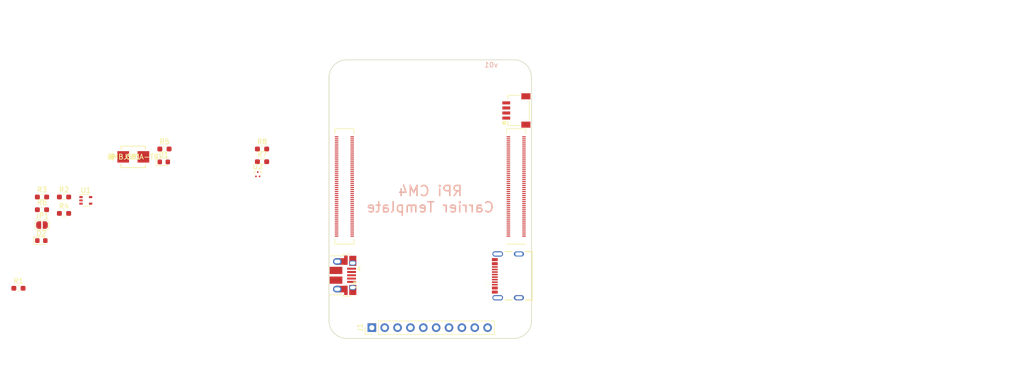
<source format=kicad_pcb>
(kicad_pcb (version 20201002) (generator pcbnew)

  (general
    (thickness 1.6)
  )

  (paper "A4")
  (title_block
    (title "Raspberry Pi Compute Module 4 Carrier Template")
    (date "2020-10-31")
    (rev "v01")
    (comment 2 "creativecommons.org/licenses/by/4.0/")
    (comment 3 "License: CC BY-SA 4.0")
    (comment 4 "Author: Shawn Hymel")
  )

  (layers
    (0 "F.Cu" signal)
    (31 "B.Cu" signal)
    (32 "B.Adhes" user "B.Adhesive")
    (33 "F.Adhes" user "F.Adhesive")
    (34 "B.Paste" user)
    (35 "F.Paste" user)
    (36 "B.SilkS" user "B.Silkscreen")
    (37 "F.SilkS" user "F.Silkscreen")
    (38 "B.Mask" user)
    (39 "F.Mask" user)
    (40 "Dwgs.User" user "User.Drawings")
    (41 "Cmts.User" user "User.Comments")
    (42 "Eco1.User" user "User.Eco1")
    (43 "Eco2.User" user "User.Eco2")
    (44 "Edge.Cuts" user)
    (45 "Margin" user)
    (46 "B.CrtYd" user "B.Courtyard")
    (47 "F.CrtYd" user "F.Courtyard")
    (48 "B.Fab" user)
    (49 "F.Fab" user)
    (50 "User.1" user)
    (51 "User.2" user)
    (52 "User.3" user)
    (53 "User.4" user)
    (54 "User.5" user)
    (55 "User.6" user)
    (56 "User.7" user)
    (57 "User.8" user)
    (58 "User.9" user)
  )

  (setup
    (stackup
      (layer "F.SilkS" (type "Top Silk Screen"))
      (layer "F.Paste" (type "Top Solder Paste"))
      (layer "F.Mask" (type "Top Solder Mask") (color "Green") (thickness 0.01))
      (layer "F.Cu" (type "copper") (thickness 0.035))
      (layer "dielectric 1" (type "core") (thickness 1.51) (material "FR4") (epsilon_r 4.5) (loss_tangent 0.02))
      (layer "B.Cu" (type "copper") (thickness 0.035))
      (layer "B.Mask" (type "Bottom Solder Mask") (color "Green") (thickness 0.01))
      (layer "B.Paste" (type "Bottom Solder Paste"))
      (layer "B.SilkS" (type "Bottom Silk Screen"))
      (copper_finish "None")
      (dielectric_constraints no)
    )
    (pcbplotparams
      (layerselection 0x00010fc_ffffffff)
      (disableapertmacros false)
      (usegerberextensions false)
      (usegerberattributes true)
      (usegerberadvancedattributes true)
      (creategerberjobfile true)
      (svguseinch false)
      (svgprecision 6)
      (excludeedgelayer true)
      (plotframeref false)
      (viasonmask false)
      (mode 1)
      (useauxorigin false)
      (hpglpennumber 1)
      (hpglpenspeed 20)
      (hpglpendiameter 15.000000)
      (psnegative false)
      (psa4output false)
      (plotreference true)
      (plotvalue true)
      (plotinvisibletext false)
      (sketchpadsonfab false)
      (subtractmaskfromsilk false)
      (outputformat 1)
      (mirror false)
      (drillshape 1)
      (scaleselection 1)
      (outputdirectory "")
    )
  )


  (net 0 "")
  (net 1 "Net-(Module1-Pad200)")
  (net 2 "Net-(Module1-Pad199)")
  (net 3 "GND")
  (net 4 "+5V")
  (net 5 "Net-(Module1-Pad196)")
  (net 6 "Net-(Module1-Pad195)")
  (net 7 "Net-(Module1-Pad194)")
  (net 8 "Net-(Module1-Pad193)")
  (net 9 "+3.3V")
  (net 10 "Net-(D1-Pad1)")
  (net 11 "Net-(Module1-Pad190)")
  (net 12 "Net-(Module1-Pad189)")
  (net 13 "Net-(Module1-Pad188)")
  (net 14 "Net-(Module1-Pad187)")
  (net 15 "Net-(D2-Pad1)")
  (net 16 "/CM4 GPIO/nRPIBOOT")
  (net 17 "Net-(Module1-Pad184)")
  (net 18 "Net-(Module1-Pad183)")
  (net 19 "Net-(Module1-Pad182)")
  (net 20 "Net-(Module1-Pad181)")
  (net 21 "/CM4 GPIO/GPIO7")
  (net 22 "/CM4 GPIO/GPIO8")
  (net 23 "Net-(Module1-Pad178)")
  (net 24 "Net-(Module1-Pad177)")
  (net 25 "Net-(Module1-Pad176)")
  (net 26 "Net-(Module1-Pad175)")
  (net 27 "/CM4 GPIO/GPIO11")
  (net 28 "/CM4 GPIO/GPIO9")
  (net 29 "Net-(Module1-Pad172)")
  (net 30 "Net-(Module1-Pad171)")
  (net 31 "Net-(Module1-Pad170)")
  (net 32 "Net-(Module1-Pad169)")
  (net 33 "/CM4 GPIO/GPIO10")
  (net 34 "/CM4 GPIO/GPIO15")
  (net 35 "Net-(Module1-Pad166)")
  (net 36 "Net-(Module1-Pad165)")
  (net 37 "Net-(Module1-Pad164)")
  (net 38 "Net-(Module1-Pad163)")
  (net 39 "/CM4 GPIO/GPIO14")
  (net 40 "Net-(J2-PadB8)")
  (net 41 "Net-(Module1-Pad160)")
  (net 42 "Net-(Module1-Pad159)")
  (net 43 "Net-(Module1-Pad158)")
  (net 44 "Net-(Module1-Pad157)")
  (net 45 "Net-(J2-PadA5)")
  (net 46 "Net-(J2-PadB7)")
  (net 47 "Net-(Module1-Pad154)")
  (net 48 "Net-(Module1-Pad153)")
  (net 49 "Net-(Module1-Pad152)")
  (net 50 "Net-(Module1-Pad151)")
  (net 51 "Net-(J2-PadB5)")
  (net 52 "Net-(Module1-Pad149)")
  (net 53 "Net-(Module1-Pad148)")
  (net 54 "Net-(Module1-Pad147)")
  (net 55 "Net-(Module1-Pad146)")
  (net 56 "Net-(Module1-Pad145)")
  (net 57 "Net-(J2-PadA8)")
  (net 58 "Net-(Module1-Pad143)")
  (net 59 "Net-(Module1-Pad142)")
  (net 60 "Net-(Module1-Pad141)")
  (net 61 "Net-(Module1-Pad140)")
  (net 62 "Net-(Module1-Pad139)")
  (net 63 "Net-(J2-PadB6)")
  (net 64 "Net-(J2-PadA6)")
  (net 65 "Net-(Module1-Pad136)")
  (net 66 "Net-(Module1-Pad135)")
  (net 67 "Net-(Module1-Pad134)")
  (net 68 "Net-(Module1-Pad133)")
  (net 69 "Net-(J2-PadA7)")
  (net 70 "/CM4 GPIO/GPIO2")
  (net 71 "Net-(Module1-Pad130)")
  (net 72 "Net-(Module1-Pad129)")
  (net 73 "Net-(Module1-Pad128)")
  (net 74 "Net-(Module1-Pad127)")
  (net 75 "Net-(J3-PadS1)")
  (net 76 "Net-(J4-Pad4)")
  (net 77 "Net-(Module1-Pad124)")
  (net 78 "Net-(Module1-Pad123)")
  (net 79 "Net-(Module1-Pad122)")
  (net 80 "Net-(Module1-Pad121)")
  (net 81 "/CM4 High Speed/USB2_P")
  (net 82 "/CM4 High Speed/USB2_N")
  (net 83 "Net-(Module1-Pad118)")
  (net 84 "Net-(Module1-Pad117)")
  (net 85 "Net-(Module1-Pad116)")
  (net 86 "Net-(Module1-Pad115)")
  (net 87 "Net-(J4-Pad1)")
  (net 88 "/CM4 GPIO/EEPROM_nWP")
  (net 89 "Net-(Module1-Pad112)")
  (net 90 "Net-(Module1-Pad111)")
  (net 91 "Net-(Module1-Pad110)")
  (net 92 "Net-(Module1-Pad109)")
  (net 93 "/CM4 GPIO/nLED_Activity")
  (net 94 "+1.8V")
  (net 95 "Net-(Module1-Pad106)")
  (net 96 "/CM4 GPIO/nPWR_LED")
  (net 97 "Net-(Module1-Pad104)")
  (net 98 "/CM4 High Speed/USB_OTG_ID")
  (net 99 "Net-(Module1-Pad102)")
  (net 100 "Net-(R6-Pad2)")
  (net 101 "Net-(Module1-Pad100)")
  (net 102 "Net-(Module1-Pad99)")
  (net 103 "Net-(Module1-Pad97)")
  (net 104 "Net-(Module1-Pad96)")
  (net 105 "Net-(Module1-Pad94)")
  (net 106 "Net-(Module1-Pad92)")
  (net 107 "Net-(Module1-Pad91)")
  (net 108 "Net-(Module1-Pad89)")
  (net 109 "Net-(Module1-Pad82)")
  (net 110 "Net-(Module1-Pad80)")
  (net 111 "Net-(Module1-Pad76)")
  (net 112 "Net-(Module1-Pad75)")
  (net 113 "Net-(Module1-Pad73)")
  (net 114 "Net-(Module1-Pad72)")
  (net 115 "Net-(Module1-Pad70)")
  (net 116 "Net-(Module1-Pad69)")
  (net 117 "Net-(Module1-Pad68)")
  (net 118 "Net-(Module1-Pad67)")
  (net 119 "Net-(Module1-Pad64)")
  (net 120 "Net-(Module1-Pad63)")
  (net 121 "Net-(Module1-Pad62)")
  (net 122 "Net-(Module1-Pad61)")
  (net 123 "Net-(Module1-Pad57)")
  (net 124 "Net-(Module1-Pad56)")
  (net 125 "Net-(Module1-Pad54)")
  (net 126 "Net-(Module1-Pad50)")
  (net 127 "Net-(Module1-Pad49)")
  (net 128 "Net-(Module1-Pad48)")
  (net 129 "Net-(Module1-Pad47)")
  (net 130 "Net-(Module1-Pad46)")
  (net 131 "Net-(Module1-Pad45)")
  (net 132 "Net-(Module1-Pad41)")
  (net 133 "Net-(Module1-Pad36)")
  (net 134 "Net-(Module1-Pad35)")
  (net 135 "Net-(Module1-Pad34)")
  (net 136 "Net-(Module1-Pad31)")
  (net 137 "Net-(Module1-Pad30)")
  (net 138 "Net-(Module1-Pad29)")
  (net 139 "Net-(Module1-Pad28)")
  (net 140 "Net-(Module1-Pad27)")
  (net 141 "Net-(Module1-Pad26)")
  (net 142 "Net-(Module1-Pad25)")
  (net 143 "Net-(Module1-Pad24)")
  (net 144 "Net-(Module1-Pad19)")
  (net 145 "Net-(Module1-Pad18)")
  (net 146 "Net-(Module1-Pad17)")
  (net 147 "Net-(Module1-Pad16)")
  (net 148 "Net-(Module1-Pad15)")
  (net 149 "Net-(Module1-Pad12)")
  (net 150 "Net-(Module1-Pad11)")
  (net 151 "Net-(Module1-Pad10)")
  (net 152 "Net-(Module1-Pad9)")
  (net 153 "Net-(Module1-Pad6)")
  (net 154 "Net-(Module1-Pad5)")
  (net 155 "Net-(Module1-Pad4)")
  (net 156 "Net-(Module1-Pad3)")

  (module "Resistor_SMD:R_0603_1608Metric_Pad0.98x0.95mm_HandSolder" (layer "F.Cu") (tedit 5F68FEEE) (tstamp 0395aa33-2684-4c6f-b76e-8e05ce74c6b5)
    (at 94.0142 96.1036)
    (descr "Resistor SMD 0603 (1608 Metric), square (rectangular) end terminal, IPC_7351 nominal with elongated pad for handsoldering. (Body size source: IPC-SM-782 page 72, https://www.pcb-3d.com/wordpress/wp-content/uploads/ipc-sm-782a_amendment_1_and_2.pdf), generated with kicad-footprint-generator")
    (tags "resistor handsolder")
    (property "Sheet file" "cm4-gpio.kicad_sch")
    (property "Sheet name" "CM4 GPIO")
    (path "/fc4c71a5-1008-4ac4-98db-57c838c57d91/9fa4a072-daf1-4573-89c6-c642e3ab4abe")
    (attr smd)
    (fp_text reference "R5" (at 0 -1.43) (layer "F.SilkS")
      (effects (font (size 1 1) (thickness 0.15)))
      (tstamp fd1bb0e1-9915-4ef2-ab69-9d4d15cf670d)
    )
    (fp_text value "DNP" (at 0 1.43) (layer "F.Fab")
      (effects (font (size 1 1) (thickness 0.15)))
      (tstamp 9459ec60-b77d-4d4a-afe1-f78c6674bdf7)
    )
    (fp_text user "${REFERENCE}" (at 0 0) (layer "F.Fab")
      (effects (font (size 0.4 0.4) (thickness 0.06)))
      (tstamp 77593244-b195-461d-9a26-d6f27d22b16e)
    )
    (fp_line (start -0.254724 -0.5225) (end 0.254724 -0.5225) (layer "F.SilkS") (width 0.12) (tstamp 7ec4feb0-08c0-41e5-82f9-5eeaa46a5d2e))
    (fp_line (start -0.254724 0.5225) (end 0.254724 0.5225) (layer "F.SilkS") (width 0.12) (tstamp 9ca10bbe-9b23-47b8-887d-1aa16bb45c7d))
    (fp_line (start -1.65 0.73) (end -1.65 -0.73) (layer "F.CrtYd") (width 0.05) (tstamp 2230a49f-16da-4cba-83c7-1749d3d4aabb))
    (fp_line (start 1.65 -0.73) (end 1.65 0.73) (layer "F.CrtYd") (width 0.05) (tstamp 51c466ea-19b0-4bd1-b52e-5dc28678ccf6))
    (fp_line (start -1.65 -0.73) (end 1.65 -0.73) (layer "F.CrtYd") (width 0.05) (tstamp 70ca4fc5-610a-4e53-a0f5-f58cf77a278c))
    (fp_line (start 1.65 0.73) (end -1.65 0.73) (layer "F.CrtYd") (width 0.05) (tstamp 723901d5-c17a-4099-8ec1-406455912e5b))
    (fp_line (start 0.8 0.4125) (end -0.8 0.4125) (layer "F.Fab") (width 0.1) (tstamp 19902068-ba7f-4241-bea5-76143677be2e))
    (fp_line (start -0.8 0.4125) (end -0.8 -0.4125) (layer "F.Fab") (width 0.1) (tstamp 27be0a81-9922-4aac-9b00-6df4aac8ce6a))
    (fp_line (start 0.8 -0.4125) (end 0.8 0.4125) (layer "F.Fab") (width 0.1) (tstamp 59837c10-0fab-4aaf-84d0-d07443f5d755))
    (fp_line (start -0.8 -0.4125) (end 0.8 -0.4125) (layer "F.Fab") (width 0.1) (tstamp aea31db9-0335-4815-8335-449c82b0df03))
    (pad "1" smd roundrect (at -0.9125 0) (size 0.975 0.95) (layers "F.Cu" "F.Paste" "F.Mask") (roundrect_rratio 0.25)
      (net 9 "+3.3V") (tstamp 62c5d184-4216-4bd3-916d-bde3de6f3114))
    (pad "2" smd roundrect (at 0.9125 0) (size 0.975 0.95) (layers "F.Cu" "F.Paste" "F.Mask") (roundrect_rratio 0.25)
      (net 3 "GND") (tstamp bef0b5a8-795e-49f7-a0b4-0143fc733402))
    (model "${KISYS3DMOD}/Resistor_SMD.3dshapes/R_0603_1608Metric.wrl"
      (offset (xyz 0 0 0))
      (scale (xyz 1 1 1))
      (rotate (xyz 0 0 0))
    )
  )

  (module "Resistor_SMD:R_0603_1608Metric_Pad0.98x0.95mm_HandSolder" (layer "F.Cu") (tedit 5F68FEEE) (tstamp 08455b2c-ccac-4d3c-abfa-f352dd1e5ba4)
    (at 113.2842 98.6136)
    (descr "Resistor SMD 0603 (1608 Metric), square (rectangular) end terminal, IPC_7351 nominal with elongated pad for handsoldering. (Body size source: IPC-SM-782 page 72, https://www.pcb-3d.com/wordpress/wp-content/uploads/ipc-sm-782a_amendment_1_and_2.pdf), generated with kicad-footprint-generator")
    (tags "resistor handsolder")
    (property "Digi-Key_PN" "311-2.20KHRCT-ND")
    (property "MPN" "RC0603FR-072K2L")
    (property "Manufacturer" "Yageo")
    (property "Sheet file" "cm4-high-speed.kicad_sch")
    (property "Sheet name" "CM4 High Speed")
    (path "/caa71f4c-454d-4ac9-b287-456eafb34991/f98e44b3-cc4b-4d36-9b5b-fc739b8abd51")
    (attr smd)
    (fp_text reference "R7" (at 0 -1.43) (layer "F.SilkS")
      (effects (font (size 1 1) (thickness 0.15)))
      (tstamp 11e69f7f-2c49-4f60-9a82-d594373fb92c)
    )
    (fp_text value "2.2K 1%" (at 0 1.43) (layer "F.Fab")
      (effects (font (size 1 1) (thickness 0.15)))
      (tstamp 29362120-2dc5-442b-a405-aaabe19f748e)
    )
    (fp_text user "${REFERENCE}" (at 0 0) (layer "F.Fab")
      (effects (font (size 0.4 0.4) (thickness 0.06)))
      (tstamp 9e645a1f-02a4-4c7d-8615-b69e03d3ba40)
    )
    (fp_line (start -0.254724 0.5225) (end 0.254724 0.5225) (layer "F.SilkS") (width 0.12) (tstamp 0af46924-3ee2-4e5b-a3b6-ab26c0d267b0))
    (fp_line (start -0.254724 -0.5225) (end 0.254724 -0.5225) (layer "F.SilkS") (width 0.12) (tstamp f79c519f-a98f-410c-9775-a5642960c7c4))
    (fp_line (start 1.65 -0.73) (end 1.65 0.73) (layer "F.CrtYd") (width 0.05) (tstamp 13b78fe3-d0f4-402a-a03e-1d3f7463f634))
    (fp_line (start 1.65 0.73) (end -1.65 0.73) (layer "F.CrtYd") (width 0.05) (tstamp 757e7e38-b2e6-4119-b6b0-1ecc498a4d9c))
    (fp_line (start -1.65 0.73) (end -1.65 -0.73) (layer "F.CrtYd") (width 0.05) (tstamp a055e7b7-e26b-4db3-9df8-34af1c4538f8))
    (fp_line (start -1.65 -0.73) (end 1.65 -0.73) (layer "F.CrtYd") (width 0.05) (tstamp f0ca14a2-e717-4ad7-a739-eb5caa0b4512))
    (fp_line (start 0.8 -0.4125) (end 0.8 0.4125) (layer "F.Fab") (width 0.1) (tstamp 1d8c3cf8-520b-4072-b18b-d75c0ef85ab5))
    (fp_line (start -0.8 -0.4125) (end 0.8 -0.4125) (layer "F.Fab") (width 0.1) (tstamp 96e7d267-f139-458e-93ac-46e615cf361b))
    (fp_line (start 0.8 0.4125) (end -0.8 0.4125) (layer "F.Fab") (width 0.1) (tstamp 9e7dc966-0dcd-4aa4-b507-25dd498fe598))
    (fp_line (start -0.8 0.4125) (end -0.8 -0.4125) (layer "F.Fab") (width 0.1) (tstamp eaa3e1c6-897c-4469-bf4c-6f306114e685))
    (pad "1" smd roundrect (at -0.9125 0) (size 0.975 0.95) (layers "F.Cu" "F.Paste" "F.Mask") (roundrect_rratio 0.25)
      (net 87 "Net-(J4-Pad1)") (tstamp f914e9a6-39fe-478e-9a74-19663c71b23d))
    (pad "2" smd roundrect (at 0.9125 0) (size 0.975 0.95) (layers "F.Cu" "F.Paste" "F.Mask") (roundrect_rratio 0.25)
      (net 98 "/CM4 High Speed/USB_OTG_ID") (tstamp 7ff99a55-ce8d-4fdf-ab7d-e8b4e7c6112f))
    (model "${KISYS3DMOD}/Resistor_SMD.3dshapes/R_0603_1608Metric.wrl"
      (offset (xyz 0 0 0))
      (scale (xyz 1 1 1))
      (rotate (xyz 0 0 0))
    )
  )

  (module "Resistor_SMD:R_0603_1608Metric_Pad0.98x0.95mm_HandSolder" (layer "F.Cu") (tedit 5F68FEEE) (tstamp 16e3f715-c916-4384-a6b7-3376b741370a)
    (at 74.1842 108.8236)
    (descr "Resistor SMD 0603 (1608 Metric), square (rectangular) end terminal, IPC_7351 nominal with elongated pad for handsoldering. (Body size source: IPC-SM-782 page 72, https://www.pcb-3d.com/wordpress/wp-content/uploads/ipc-sm-782a_amendment_1_and_2.pdf), generated with kicad-footprint-generator")
    (tags "resistor handsolder")
    (property "Digi-Key_PN" "311-5.10KHRCT-ND")
    (property "MPN" "RC0603FR-075K1L")
    (property "Manufacturer" "Yageo")
    (property "Sheet file" "cm4-gpio.kicad_sch")
    (property "Sheet name" "CM4 GPIO")
    (path "/fc4c71a5-1008-4ac4-98db-57c838c57d91/e581bea2-a554-4309-85f8-e6e0ce07520c")
    (attr smd)
    (fp_text reference "R4" (at 0 -1.43) (layer "F.SilkS")
      (effects (font (size 1 1) (thickness 0.15)))
      (tstamp a2f628ec-2ac8-4f67-a3f5-b56b09d454fd)
    )
    (fp_text value "5.1k" (at 0 1.43) (layer "F.Fab")
      (effects (font (size 1 1) (thickness 0.15)))
      (tstamp 9305dfd2-7574-4431-b1b5-9ea2e67e92eb)
    )
    (fp_text user "${REFERENCE}" (at 0 0) (layer "F.Fab")
      (effects (font (size 0.4 0.4) (thickness 0.06)))
      (tstamp 069deac1-b7c9-4aa4-bf59-7696c418432a)
    )
    (fp_line (start -0.254724 -0.5225) (end 0.254724 -0.5225) (layer "F.SilkS") (width 0.12) (tstamp 94a5767f-3767-4306-b383-aca65554963a))
    (fp_line (start -0.254724 0.5225) (end 0.254724 0.5225) (layer "F.SilkS") (width 0.12) (tstamp b42f4463-76b2-445a-836a-d2ef6528238e))
    (fp_line (start -1.65 0.73) (end -1.65 -0.73) (layer "F.CrtYd") (width 0.05) (tstamp 7ec7b285-7f0e-4ff3-83f5-86b669db71e2))
    (fp_line (start -1.65 -0.73) (end 1.65 -0.73) (layer "F.CrtYd") (width 0.05) (tstamp 94e625ef-ea30-41bf-b6fd-4fc7329e17bd))
    (fp_line (start 1.65 -0.73) (end 1.65 0.73) (layer "F.CrtYd") (width 0.05) (tstamp bc625e5c-9934-4e58-bcf7-587b34b634c8))
    (fp_line (start 1.65 0.73) (end -1.65 0.73) (layer "F.CrtYd") (width 0.05) (tstamp f1c992ae-68d1-4af1-8ed1-88df6d3ff3c9))
    (fp_line (start 0.8 -0.4125) (end 0.8 0.4125) (layer "F.Fab") (width 0.1) (tstamp 3dbfcb74-fc75-47ba-881c-429b184a6b4d))
    (fp_line (start -0.8 0.4125) (end -0.8 -0.4125) (layer "F.Fab") (width 0.1) (tstamp 895170d9-101e-42ae-af91-3315269b68a0))
    (fp_line (start -0.8 -0.4125) (end 0.8 -0.4125) (layer "F.Fab") (width 0.1) (tstamp b252720f-972e-4ea9-bad9-dcc8026cda97))
    (fp_line (start 0.8 0.4125) (end -0.8 0.4125) (layer "F.Fab") (width 0.1) (tstamp f21314f9-1b72-45eb-9e0e-8f22b02990ef))
    (pad "1" smd roundrect (at -0.9125 0) (size 0.975 0.95) (layers "F.Cu" "F.Paste" "F.Mask") (roundrect_rratio 0.25)
      (net 51 "Net-(J2-PadB5)") (tstamp 254dbebf-ce3f-4d3a-a8b3-3b9253a174da))
    (pad "2" smd roundrect (at 0.9125 0) (size 0.975 0.95) (layers "F.Cu" "F.Paste" "F.Mask") (roundrect_rratio 0.25)
      (net 3 "GND") (tstamp 8efc471f-4ce1-413a-a37d-10f0134e3ec2))
    (model "${KISYS3DMOD}/Resistor_SMD.3dshapes/R_0603_1608Metric.wrl"
      (offset (xyz 0 0 0))
      (scale (xyz 1 1 1))
      (rotate (xyz 0 0 0))
    )
  )

  (module "Resistor_SMD:R_0603_1608Metric_Pad0.98x0.95mm_HandSolder" (layer "F.Cu") (tedit 5F68FEEE) (tstamp 48eae533-698a-4fbe-94c3-cebb08eeda6e)
    (at 113.2842 96.1036)
    (descr "Resistor SMD 0603 (1608 Metric), square (rectangular) end terminal, IPC_7351 nominal with elongated pad for handsoldering. (Body size source: IPC-SM-782 page 72, https://www.pcb-3d.com/wordpress/wp-content/uploads/ipc-sm-782a_amendment_1_and_2.pdf), generated with kicad-footprint-generator")
    (tags "resistor handsolder")
    (property "Digi-Key_PN" "311-2.20KHRCT-ND")
    (property "MPN" "RC0603FR-072K2L")
    (property "Manufacturer" "Yageo")
    (property "Sheet file" "cm4-high-speed.kicad_sch")
    (property "Sheet name" "CM4 High Speed")
    (path "/caa71f4c-454d-4ac9-b287-456eafb34991/15a5dee6-171f-49e5-8d5e-d81e1c56a58d")
    (attr smd)
    (fp_text reference "R8" (at 0 -1.43) (layer "F.SilkS")
      (effects (font (size 1 1) (thickness 0.15)))
      (tstamp 2fa242c2-4208-452c-93e1-1f3033e164f1)
    )
    (fp_text value "2.2K 1%" (at 0 1.43) (layer "F.Fab")
      (effects (font (size 1 1) (thickness 0.15)))
      (tstamp 7b7e853f-9cce-4218-80d8-4f2185e0fe87)
    )
    (fp_text user "${REFERENCE}" (at 0 0) (layer "F.Fab")
      (effects (font (size 0.4 0.4) (thickness 0.06)))
      (tstamp 35739b66-762b-4af7-a26b-1ad0adaf2471)
    )
    (fp_line (start -0.254724 -0.5225) (end 0.254724 -0.5225) (layer "F.SilkS") (width 0.12) (tstamp cf4864de-845a-4919-99b7-2e90d073ac47))
    (fp_line (start -0.254724 0.5225) (end 0.254724 0.5225) (layer "F.SilkS") (width 0.12) (tstamp ff61f35a-cc10-49bf-9718-9776371058e4))
    (fp_line (start -1.65 0.73) (end -1.65 -0.73) (layer "F.CrtYd") (width 0.05) (tstamp 327bf5e4-9be9-4b73-abc1-9e95b85d9b66))
    (fp_line (start 1.65 0.73) (end -1.65 0.73) (layer "F.CrtYd") (width 0.05) (tstamp 8809be25-5a0b-4f5e-a228-cc335c25f79e))
    (fp_line (start -1.65 -0.73) (end 1.65 -0.73) (layer "F.CrtYd") (width 0.05) (tstamp b45d1894-dc11-4e06-abe1-cdafdb69794c))
    (fp_line (start 1.65 -0.73) (end 1.65 0.73) (layer "F.CrtYd") (width 0.05) (tstamp ff1e9916-2c97-40c2-9fa4-be2f1c99fbc7))
    (fp_line (start -0.8 -0.4125) (end 0.8 -0.4125) (layer "F.Fab") (width 0.1) (tstamp 321fee4f-a688-422d-a817-8e255e56de1d))
    (fp_line (start 0.8 -0.4125) (end 0.8 0.4125) (layer "F.Fab") (width 0.1) (tstamp 56608905-8958-44c5-bea6-36b794b2b07a))
    (fp_line (start 0.8 0.4125) (end -0.8 0.4125) (layer "F.Fab") (width 0.1) (tstamp 5c25258f-2185-46ee-92c6-bbb9987d7655))
    (fp_line (start -0.8 0.4125) (end -0.8 -0.4125) (layer "F.Fab") (width 0.1) (tstamp efd43269-bdd3-4d7e-8f91-df1143173b04))
    (pad "1" smd roundrect (at -0.9125 0) (size 0.975 0.95) (layers "F.Cu" "F.Paste" "F.Mask") (roundrect_rratio 0.25)
      (net 98 "/CM4 High Speed/USB_OTG_ID") (tstamp ad9c21b4-f53d-45a4-954d-dd043e3e314c))
    (pad "2" smd roundrect (at 0.9125 0) (size 0.975 0.95) (layers "F.Cu" "F.Paste" "F.Mask") (roundrect_rratio 0.25)
      (net 3 "GND") (tstamp 8c3db0bd-f1cd-4d43-8f3d-db06d139520c))
    (model "${KISYS3DMOD}/Resistor_SMD.3dshapes/R_0603_1608Metric.wrl"
      (offset (xyz 0 0 0))
      (scale (xyz 1 1 1))
      (rotate (xyz 0 0 0))
    )
  )

  (module "footprints:SMBJ5.0A-TR" (layer "F.Cu") (tedit 0) (tstamp 515f3bf3-eb13-46c5-8c6d-fdf13b9754d9)
    (at 87.86 97.66)
    (property "Digi-Key_PN" "497-3144-1-ND")
    (property "MPN" "SMBJ5.0A-TR")
    (property "Manufacturer" "STMicroelectronics")
    (property "Sheet file" "cm4-gpio.kicad_sch")
    (property "Sheet name" "CM4 GPIO")
    (path "/fc4c71a5-1008-4ac4-98db-57c838c57d91/fbc197bf-e2f3-4638-9935-f28d7c075a1e")
    (attr through_hole)
    (fp_text reference "CR1" (at 0 0) (layer "F.SilkS")
      (effects (font (size 1 1) (thickness 0.15)))
      (tstamp 5a3fc2c4-96d0-4e30-9825-53c7268c0ef2)
    )
    (fp_text value "SMBJ5.0A-TR" (at 0 0) (layer "F.SilkS")
      (effects (font (size 1 1) (thickness 0.15)))
      (tstamp cd43c1f4-d343-4f67-9d45-1e67a5a459f2)
    )
    (fp_text user "*" (at 0 0) (layer "F.SilkS")
      (effects (font (size 1 1) (thickness 0.15)))
      (tstamp 3eb30152-fdad-4069-bcf8-f45c1c42389e)
    )
    (fp_text user "Copyright 2016 Accelerated Designs. All rights reserved." (at 0 0) (layer "Cmts.User")
      (effects (font (size 0.127 0.127) (thickness 0.002)))
      (tstamp fd21fabd-11f1-4f79-92be-8b9cded6c074)
    )
    (fp_text user "*" (at 0 0) (layer "F.Fab")
      (effects (font (size 1 1) (thickness 0.15)))
      (tstamp 5e685561-c391-4438-add0-452d4d54de6b)
    )
    (fp_line (start -4.8006 0) (end -4.0386 -0.381) (layer "F.SilkS") (width 0.1524) (tstamp 1d4de3cc-4348-4fd2-8a2e-2e2c9a023bf0))
    (fp_line (start -4.8006 0) (end -4.0386 -0.508) (layer "F.SilkS") (width 0.1524) (tstamp 1ed56553-3d68-4c12-99cf-c8ecfbf46410))
    (fp_line (start 2.4257 2.1082) (end 2.4257 1.46304) (layer "F.SilkS") (width 0.1524) (tstamp 299c397b-bfa3-413d-bd88-70ee9fe40b07))
    (fp_line (start 2.4257 -1.46304) (end 2.4257 -2.1082) (layer "F.SilkS") (width 0.1524) (tstamp 400d235f-f561-433a-b9c4-a371a62f0bfb))
    (fp_line (start -4.8006 0) (end -4.0386 0.381) (layer "F.SilkS") (width 0.1524) (tstamp 5e02539a-d165-4131-ada4-162cc7ba7bca))
    (fp_line (start -4.8006 0) (end -4.0386 0.508) (layer "F.SilkS") (width 0.1524) (tstamp 76390710-de92-49a5-82d3-538a09c9bc73))
    (fp_line (start -4.8006 0) (end -4.0386 0.635) (layer "F.SilkS") (width 0.1524) (tstamp 7de191d7-2112-40ac-82e4-68813746f792))
    (fp_line (start -4.8006 -0.635) (end -4.8006 0.635) (layer "F.SilkS") (width 0.1524) (tstamp 8bc477b7-ba36-47b4-8798-b886b3c68734))
    (fp_line (start 2.4257 -2.1082) (end -2.4257 -2.1082) (layer "F.SilkS") (width 0.1524) (tstamp 8db3fb7e-0953-4f0d-9ce6-a063440ca3a9))
    (fp_line (start -4.8006 0) (end -4.0386 0.254) (layer "F.SilkS") (width 0.1524) (tstamp 916c6b93-0baf-4d92-8e15-6e3ab544c0a0))
    (fp_line (start -3.7846 0) (end -5.0546 0) (layer "F.SilkS") (width 0.1524) (tstamp 91eafc55-6e1c-4d4f-8268-ccb28429fb3d))
    (fp_line (start -4.8006 0) (end -4.0386 -0.635) (layer "F.SilkS") (width 0.1524) (tstamp 9c6c596c-1a26-48e9-bfdf-32c66453f720))
    (fp_line (start -4.8006 0) (end -4.0386 0.127) (layer "F.SilkS") (width 0.1524) (tstamp 9c8d6176-8640-4b94-8353-aff3b203f024))
    (fp_line (start -2.4257 -2.1082) (end -2.4257 -1.46304) (layer "F.SilkS") (width 0.1524) (tstamp b489c856-85b2-49ad-9842-6452c7a9eed2))
    (fp_line (start -2.4257 1.46304) (end -2.4257 2.1082) (layer "F.SilkS") (width 0.1524) (tstamp c9afa4bd-b64f-459f-942f-f440b7d5d201))
    (fp_line (start -4.0386 -0.635) (end -4.0386 0.635) (layer "F.SilkS") (width 0.1524) (tstamp d9740519-e278-43f9-b9ba-edc1857d7644))
    (fp_line (start -4.8006 0) (end -4.0386 -0.127) (layer "F.SilkS") (width 0.1524) (tstamp f01c7444-0edc-4aa3-9c7f-349c0543643e))
    (fp_line (start -4.8006 0) (end -4.0386 -0.254) (layer "F.SilkS") (width 0.1524) (tstamp f14862a4-ecff-4def-af47-e574dfef1901))
    (fp_line (start -2.4257 2.1082) (end 2.4257 2.1082) (layer "F.SilkS") (width 0.1524) (tstamp fea8a3ae-5ee7-4471-ba0f-46a7e2f943e1))
    (fp_line (start 3.4036 1.3843) (end 2.5527 1.3843) (layer "F.CrtYd") (width 0.1524) (tstamp 047079c6-fb29-40b8-953d-25fe6bb71bba))
    (fp_line (start -2.5527 -1.3843) (end -2.5527 -2.2352) (layer "F.CrtYd") (width 0.1524) (tstamp 0776f8d5-efc2-4f33-85dc-2da653e99849))
    (fp_line (start 3.4036 -1.3843) (end 3.4036 1.3843) (layer "F.CrtYd") (width 0.1524) (tstamp 4074b0c7-9313-4395-810b-5d3febf3a402))
    (fp_line (start -3.4036 -1.3843) (end -2.5527 -1.3843) (layer "F.CrtYd") (width 0.1524) (tstamp 564c3e69-2f63-4875-9ac8-86cb21493416))
    (fp_line (start -2.5527 2.2352) (end -2.5527 1.3843) (layer "F.CrtYd") (width 0.1524) (tstamp 5954629d-bde6-4a1b-ada4-2c72de506910))
    (fp_line (start 2.5527 -2.2352) (end 2.5527 -1.3843) (layer "F.CrtYd") (width 0.1524) (tstamp 747ebc7d-07ea-425c-b786-23b49726e5e3))
    (fp_line (start 2.5527 2.2352) (end -2.5527 2.2352) (layer "F.CrtYd") (width 0.1524) (tstamp 78e20d1e-7e5b-490d-b2ea-4de7ffcd07c2))
    (fp_line (start 2.5527 -1.3843) (end 3.4036 -1.3843) (layer "F.CrtYd") (width 0.1524) (tstamp ba5fa90c-02bc-44c0-abca-4b7ace083a6f))
    (fp_line (start 2.5527 1.3843) (end 2.5527 2.2352) (layer "F.CrtYd") (width 0.1524) (tstamp bfef8739-d1be-48bf-96f2-82b55fe7a7f3))
    (fp_line (start -3.4036 1.3843) (end -3.4036 -1.3843) (layer "F.CrtYd") (width 0.1524) (tstamp ca1627af-a2f9-49da-a86f-e3538b17011e))
    (fp_line (start -2.5527 1.3843) (end -3.4036 1.3843) (layer "F.CrtYd") (width 0.1524) (tstamp d512b962-18d6-4b15-a112-f1da9443ad5e))
    (fp_line (start -2.5527 -2.2352) (end 2.5527 -2.2352) (layer "F.CrtYd") (width 0.1524) (tstamp e278b6fc-30d8-44b2-839b-301eb43876ec))
    (fp_line (start -4.0386 -0.635) (end -4.0386 0.635) (layer "F.Fab") (width 0.1524) (tstamp 19e6484d-fbb9-4c5b-85ea-68c2fbfc1964))
    (fp_line (start 2.794 1.1049) (end 2.794 -1.1049) (layer "F.Fab") (width 0.1524) (tstamp 327225bc-193b-4b36-9581-5428ec67993c))
    (fp_line (start -4.8006 0) (end -4.0386 0.127) (layer "F.Fab") (width 0.1524) (tstamp 38e08016-1f4c-4780-8e06-77a84577b0f7))
    (fp_line (start -2.794 1.1049) (end -2.2987 1.1049) (layer "F.Fab") (width 0.1524) (tstamp 44b5d8a1-9a19-4762-abe6-fa3fefb78ba8))
    (fp_line (start -2.2987 -1.1049) (end -2.794 -1.1049) (layer "F.Fab") (width 0.1524) (tstamp 489d347d-bfa9-4490-9906-4d2ed23a5563))
    (fp_line (start -4.8006 0) (end -4.0386 -0.127) (layer "F.Fab") (width 0.1524) (tstamp 4d88f9d5-7577-4eb8-b693-a1bf94ec34df))
    (fp_line (start 2.2987 1.1049) (end 2.794 1.1049) (layer "F.Fab") (width 0.1524) (tstamp 4f074007-ede9-47eb-8f8c-b4f815c897f3))
    (fp_line (start -2.2987 -1.9812) (end -2.2987 1.9812) (layer "F.Fab") (width 0.1524) (tstamp 544e7b89-a4a9-4a4a-89b0-46b8f897c1eb))
    (fp_line (start 2.794 -1.1049) (end 2.2987 -1.1049) (layer "F.Fab") (width 0.1524) (tstamp 644af59e-5cf0-4c25-844f-a4dbc2926cbf))
    (fp_line (start -4.8006 0) (end -4.0386 -0.635) (layer "F.Fab") (width 0.1524) (tstamp 6a177e9c-21e6-4062-bd0f-a58cc3e93fed))
    (fp_line (start 2.2987 -1.9812) (end -2.2987 -1.9812) (layer "F.Fab") (width 0.1524) (tstamp 6e6cb7c3-2554-49e4-a70a-681136d3b5d4))
    (fp_line (start -4.8006 -0.635) (end -4.8006 0.635) (layer "F.Fab") (width 0.1524) (tstamp 7e3d93f3-b24e-476f-b19f-41677304073e))
    (fp_line (start -4.8006 0) (end -4.0386 0.508) (layer "F.Fab") (width 0.1524) (tstamp 82e81972-2e83-4938-9822-7d09e3ca1ec6))
    (fp_line (start -4.8006 0) (end -4.0386 0.635) (layer "F.Fab") (width 0.1524) (tstamp 9101e20f-1700-4066-929a-5a6d6ddb361e))
    (fp_line (start -4.8006 0) (end -4.0386 -0.508) (layer "F.Fab") (width 0.1524) (tstamp 98ed1f50-f833-42ad-8cc5-4038b889e8f0))
    (fp_line (start -2.2987 1.1049) (end -2.2987 -1.1049) (layer "F.Fab") (width 0.1524) (tstamp a0a177ed-29d7-42fc-86ee-ad9fa1501981))
    (fp_line (start -2.794 -1.1049) (end -2.794 1.1049) (layer "F.Fab") (width 0.1524) (tstamp a200cd03-a44f-473c-a942-92bc629498c6))
    (fp_line (start -4.8006 0) (end -4.0386 0.381) (layer "F.Fab") (width 0.1524) (tstamp aa7967e1-3845-494b-86e1-0885e7d63be2))
    (fp_line (start -4.8006 0) (end -4.0386 -0.381) (layer "F.Fab") (width 0.1524) (tstamp abb227b7-796b-4a60-b255-9bb377525690))
    (fp_line (start 2.2987 1.9812) (end 2.2987 -1.9812) (layer "F.Fab") (width 0.1524) (tstamp be1b3910-b083-49a8-b26b-dcf75a1997ff))
    (fp_line (start -2.2987 0.9906) (end -1.3081 1.9812) (layer "F.Fab") (width 0.1524) (tstamp c6bdfc0e-ade5-4485-8566-75e72ae272c0))
    (fp_line (start -2.2987 -0.9906) (end -1.3081 -1.9812) (layer "F.Fab") (width 0.1524) (tstamp d313d7a0-90ea-48f8-a9d1-eb8e7ebd7c49))
    (fp_line (start 2.2987 -1.1049) (end 2.2987 1.1049) (layer "F.Fab") (width 0.1524) (tstamp e38cc8ca-5d37-453d-a03d-8314a2628be5))
    (fp_line (start -2.2987 1.9812) (end 2.2987 1.9812) (layer "F.Fab") (width 0.1524) (tstamp e73b2bcc-97e2-41b7-b462-499a5f18a515))
    (fp_line (start -4.8006 0) (end -4.0386 -0.254) (layer "F.Fab") (width 0.1524) (tstamp edc7ed85-77bf-4b2e-941a-0e41b9e35aa7))
    (fp_line (start -4.8006 0) (end -4.0386 0.254) (layer "F.Fab") (width 0.1524) (tstamp f22c14d8-eea9-4a3a-bce1-4698fab1833a))
    (fp_line (start -3.7846 0) (end -5.0546 0) (layer "F.Fab") (width 0.1524) (tstamp fbe2b69a-73b2-4179-853b-dc1a06cc6ae2))
    (pad "1" smd rect (at -1.9939 0) (size 2.3114 2.2606) (layers "F.Cu" "F.Paste" "F.Mask")
      (net 4 "+5V") (pinfunction "1") (tstamp d24fac5f-51e3-4ac4-bdda-f2d25367cb8c))
    (pad "2" smd rect (at 1.9939 0) (size 2.3114 2.2606) (layers "F.Cu" "F.Paste" "F.Mask")
      (net 3 "GND") (pinfunction "2") (tstamp 060c7645-5946-4d44-873d-1af8abe57196))
  )

  (module "Package_TO_SOT_SMD:SOT-353_SC-70-5" (layer "F.Cu") (tedit 5A02FF57) (tstamp 6b7beb6c-18b5-4a39-839e-91f2886dac70)
    (at 78.4842 106.2536)
    (descr "SOT-353, SC-70-5")
    (tags "SOT-353 SC-70-5")
    (property "Digi-Key_PN" "74LVC1G07SE-7DICT-ND")
    (property "MPN" "74LVC1G07SE-7")
    (property "Manufacturer" "Diodes Incorporated")
    (property "Part Description" "Buffer, Non-Inverting 1 Element 1 Bit per Element Open Drain Output SOT-353")
    (property "Sheet file" "cm4-gpio.kicad_sch")
    (property "Sheet name" "CM4 GPIO")
    (path "/fc4c71a5-1008-4ac4-98db-57c838c57d91/862be61d-8399-4948-a564-2f01d5cb5b7a")
    (attr smd)
    (fp_text reference "U1" (at 0 -2) (layer "F.SilkS")
      (effects (font (size 1 1) (thickness 0.15)))
      (tstamp 950f7537-9aba-416b-aa04-29daabe94600)
    )
    (fp_text value "74LVC1G07SE-7" (at 0 2 180) (layer "F.Fab")
      (effects (font (size 1 1) (thickness 0.15)))
      (tstamp 77189754-1ec4-4307-a5ff-a8d25eee823f)
    )
    (fp_text user "${REFERENCE}" (at 0 0 90) (layer "F.Fab")
      (effects (font (size 0.5 0.5) (thickness 0.075)))
      (tstamp b380759f-b7f0-49db-9ea4-7de9c7379cc5)
    )
    (fp_line (start 0.7 -1.16) (end -1.2 -1.16) (layer "F.SilkS") (width 0.12) (tstamp 1b552ce9-3335-4369-953e-5a4cb84a9f7a))
    (fp_line (start -0.7 1.16) (end 0.7 1.16) (layer "F.SilkS") (width 0.12) (tstamp 6edfd762-dee5-4163-a7a4-042aa413ce0b))
    (fp_line (start -1.6 -1.4) (end -1.6 1.4) (layer "F.CrtYd") (width 0.05) (tstamp 31fcb21f-4499-4548-b802-7a54caa554fd))
    (fp_line (start -1.6 -1.4) (end 1.6 -1.4) (layer "F.CrtYd") (width 0.05) (tstamp 43dce255-3306-4ef2-80f1-95497e0867cb))
    (fp_line (start 1.6 1.4) (end 1.6 -1.4) (layer "F.CrtYd") (width 0.05) (tstamp a2347afa-e4b6-48b8-996e-3083a0341938))
    (fp_line (start -1.6 1.4) (end 1.6 1.4) (layer "F.CrtYd") (width 0.05) (tstamp b39f2764-9b3f-4b97-b017-babdfed79f50))
    (fp_line (start 0.675 -1.1) (end -0.175 -1.1) (layer "F.Fab") (width 0.1) (tstamp 21c1ee8f-3db9-40c9-a5c0-798d11cb81a0))
    (fp_line (start -0.175 -1.1) (end -0.675 -0.6) (layer "F.Fab") (width 0.1) (tstamp 6d82d878-fd0f-4694-bc81-9ce6e2e7d523))
    (fp_line (start -0.675 -0.6) (end -0.675 1.1) (layer "F.Fab") (width 0.1) (tstamp 9e674397-407f-4122-8d33-9dfc067f6fd2))
    (fp_line (start 0.675 1.1) (end -0.675 1.1) (layer "F.Fab") (width 0.1) (tstamp ad96ebc7-118f-454a-82d5-329af1bae1c3))
    (fp_line (start 0.675 -1.1) (end 0.675 1.1) (layer "F.Fab") (width 0.1) (tstamp eb15f7ee-3d7c-4793-b741-6f6fb5676b38))
    (pad "1" smd rect (at -0.95 -0.65) (size 0.65 0.4) (layers "F.Cu" "F.Paste" "F.Mask") (tstamp 66995218-e053-487c-b45f-536f24190157))
    (pad "2" smd rect (at -0.95 0) (size 0.65 0.4) (layers "F.Cu" "F.Paste" "F.Mask")
      (net 96 "/CM4 GPIO/nPWR_LED") (tstamp ec743ebc-4c80-4a1a-820b-5927a811a15d))
    (pad "3" smd rect (at -0.95 0.65) (size 0.65 0.4) (layers "F.Cu" "F.Paste" "F.Mask")
      (net 3 "GND") (pinfunction "GND") (tstamp 42e740c5-a828-4b08-9de4-7849d4245330))
    (pad "4" smd rect (at 0.95 0.65) (size 0.65 0.4) (layers "F.Cu" "F.Paste" "F.Mask")
      (net 100 "Net-(R6-Pad2)") (tstamp 66e5a687-f14b-4fb3-9827-11f05da8da35))
    (pad "5" smd rect (at 0.95 -0.65) (size 0.65 0.4) (layers "F.Cu" "F.Paste" "F.Mask")
      (net 9 "+3.3V") (pinfunction "VCC") (tstamp 8d72e9f4-324c-4625-acb8-9ac5d6ef2121))
    (model "${KISYS3DMOD}/Package_TO_SOT_SMD.3dshapes/SOT-353_SC-70-5.wrl"
      (offset (xyz 0 0 0))
      (scale (xyz 1 1 1))
      (rotate (xyz 0 0 0))
    )
  )

  (module "Resistor_SMD:R_0603_1608Metric_Pad0.98x0.95mm_HandSolder" (layer "F.Cu") (tedit 5F68FEEE) (tstamp 8c61b9fb-d257-41f5-9d32-56093f834ab9)
    (at 74.1842 105.5836)
    (descr "Resistor SMD 0603 (1608 Metric), square (rectangular) end terminal, IPC_7351 nominal with elongated pad for handsoldering. (Body size source: IPC-SM-782 page 72, https://www.pcb-3d.com/wordpress/wp-content/uploads/ipc-sm-782a_amendment_1_and_2.pdf), generated with kicad-footprint-generator")
    (tags "resistor handsolder")
    (property "Digi-Key_PN" "311-1.00KHRCT-ND")
    (property "MPN" "RC0603FR-071KL")
    (property "Manufacturer" "Yageo")
    (property "Sheet file" "cm4-gpio.kicad_sch")
    (property "Sheet name" "CM4 GPIO")
    (path "/fc4c71a5-1008-4ac4-98db-57c838c57d91/bbc9e09d-42da-4f29-be94-2e044d09f397")
    (attr smd)
    (fp_text reference "R2" (at 0 -1.43) (layer "F.SilkS")
      (effects (font (size 1 1) (thickness 0.15)))
      (tstamp 81141c72-6385-4762-b4cb-6032d1300cc2)
    )
    (fp_text value "1k" (at 0 1.43) (layer "F.Fab")
      (effects (font (size 1 1) (thickness 0.15)))
      (tstamp 1b94f260-0ecb-4448-a3e2-22c60c7f6da9)
    )
    (fp_text user "${REFERENCE}" (at 0 0) (layer "F.Fab")
      (effects (font (size 0.4 0.4) (thickness 0.06)))
      (tstamp 34189cb9-7fc8-4a8c-ba39-8e0a591e1481)
    )
    (fp_line (start -0.254724 -0.5225) (end 0.254724 -0.5225) (layer "F.SilkS") (width 0.12) (tstamp 52750e17-2527-4bce-94cb-d7d0db356de8))
    (fp_line (start -0.254724 0.5225) (end 0.254724 0.5225) (layer "F.SilkS") (width 0.12) (tstamp b691c15e-9832-480b-84b7-a5f84a78f119))
    (fp_line (start 1.65 0.73) (end -1.65 0.73) (layer "F.CrtYd") (width 0.05) (tstamp 363ac33e-c61c-4c10-a3ec-5afeaad5b275))
    (fp_line (start -1.65 -0.73) (end 1.65 -0.73) (layer "F.CrtYd") (width 0.05) (tstamp 45b07c71-d308-46e9-96b1-328236da7be4))
    (fp_line (start 1.65 -0.73) (end 1.65 0.73) (layer "F.CrtYd") (width 0.05) (tstamp 575da1a8-6c01-472c-8e95-5b1358aea21f))
    (fp_line (start -1.65 0.73) (end -1.65 -0.73) (layer "F.CrtYd") (width 0.05) (tstamp e0658575-9e16-4699-9fab-60fd3c6cd707))
    (fp_line (start -0.8 0.4125) (end -0.8 -0.4125) (layer "F.Fab") (width 0.1) (tstamp 303458ed-4964-493c-8891-13651d3530d5))
    (fp_line (start -0.8 -0.4125) (end 0.8 -0.4125) (layer "F.Fab") (width 0.1) (tstamp af858b9e-6711-416f-b7e2-6dec973ac0d0))
    (fp_line (start 0.8 -0.4125) (end 0.8 0.4125) (layer "F.Fab") (width 0.1) (tstamp e97ef794-07d4-4cbd-8c6c-6be592f45f9d))
    (fp_line (start 0.8 0.4125) (end -0.8 0.4125) (layer "F.Fab") (width 0.1) (tstamp f55d207b-e4c8-4adc-97a5-3106e78795e8))
    (pad "1" smd roundrect (at -0.9125 0) (size 0.975 0.95) (layers "F.Cu" "F.Paste" "F.Mask") (roundrect_rratio 0.25)
      (net 10 "Net-(D1-Pad1)") (tstamp ca25164f-2b24-4f48-959e-0a7f9ad0cace))
    (pad "2" smd roundrect (at 0.9125 0) (size 0.975 0.95) (layers "F.Cu" "F.Paste" "F.Mask") (roundrect_rratio 0.25)
      (net 93 "/CM4 GPIO/nLED_Activity") (tstamp 9deb72d2-83d6-4fdb-9154-ccb727d8d681))
    (model "${KISYS3DMOD}/Resistor_SMD.3dshapes/R_0603_1608Metric.wrl"
      (offset (xyz 0 0 0))
      (scale (xyz 1 1 1))
      (rotate (xyz 0 0 0))
    )
  )

  (module "LED_SMD:LED_0603_1608Metric" (layer "F.Cu") (tedit 5F68FEF1) (tstamp ab74545f-1d82-49c2-b3e8-1b21517b1bf4)
    (at 69.7042 114.1936)
    (descr "LED SMD 0603 (1608 Metric), square (rectangular) end terminal, IPC_7351 nominal, (Body size source: http://www.tortai-tech.com/upload/download/2011102023233369053.pdf), generated with kicad-footprint-generator")
    (tags "LED")
    (property "Digi-Key_PN" "160-1479-1-ND")
    (property "MPN" "LTST-S270KRKT")
    (property "Manufacturer" "Lite-On Inc.")
    (property "Part Description" "	Red 620nm LED Indication - Discrete 2.2V 2-SMD, No Lead")
    (property "Sheet file" "cm4-gpio.kicad_sch")
    (property "Sheet name" "CM4 GPIO")
    (path "/fc4c71a5-1008-4ac4-98db-57c838c57d91/12d78f79-203c-4c00-81dd-cf0e4083b575")
    (attr smd)
    (fp_text reference "D2" (at 0 -1.43) (layer "F.SilkS")
      (effects (font (size 1 1) (thickness 0.15)))
      (tstamp 1ab3c85a-3588-4613-b849-a8a9d106ff4b)
    )
    (fp_text value "LED Red" (at 0 1.43) (layer "F.Fab")
      (effects (font (size 1 1) (thickness 0.15)))
      (tstamp 944c7ab8-414c-46bf-854d-7be81808db93)
    )
    (fp_text user "${REFERENCE}" (at 0 0) (layer "F.Fab")
      (effects (font (size 0.4 0.4) (thickness 0.06)))
      (tstamp af8556b5-d429-4dea-b499-48e0a321bf6a)
    )
    (fp_line (start 0.8 -0.735) (end -1.485 -0.735) (layer "F.SilkS") (width 0.12) (tstamp 83a3e2f3-1407-49b1-9922-3add1d5676e1))
    (fp_line (start -1.485 0.735) (end 0.8 0.735) (layer "F.SilkS") (width 0.12) (tstamp 930c7b6e-9f22-4f97-9fc8-2b674bdfd6b8))
    (fp_line (start -1.485 -0.735) (end -1.485 0.735) (layer "F.SilkS") (width 0.12) (tstamp 9f38f050-e24b-4b1c-bbc8-93c52c104609))
    (fp_line (start 1.48 -0.73) (end 1.48 0.73) (layer "F.CrtYd") (width 0.05) (tstamp 251ca050-d209-492a-8848-ee3f95215257))
    (fp_line (start -1.48 -0.73) (end 1.48 -0.73) (layer "F.CrtYd") (width 0.05) (tstamp 511fc889-0ab4-4630-8c46-08b91028f2c5))
    (fp_line (start -1.48 0.73) (end -1.48 -0.73) (layer "F.CrtYd") (width 0.05) (tstamp 665a0933-5cc0-494d-8202-b1c522de8885))
    (fp_line (start 1.48 0.73) (end -1.48 0.73) (layer "F.CrtYd") (width 0.05) (tstamp 9a359f39-00f7-433e-bb97-1a24f354ddb4))
    (fp_line (start -0.8 -0.1) (end -0.8 0.4) (layer "F.Fab") (width 0.1) (tstamp 16ee9758-7e82-4073-a7de-fc0a4e087dd7))
    (fp_line (start 0.8 0.4) (end 0.8 -0.4) (layer "F.Fab") (width 0.1) (tstamp 6a889d6f-9144-4900-8de2-bc5080413d92))
    (fp_line (start -0.8 0.4) (end 0.8 0.4) (layer "F.Fab") (width 0.1) (tstamp bb3a4200-0089-4df0-9356-b944a6b614d7))
    (fp_line (start 0.8 -0.4) (end -0.5 -0.4) (layer "F.Fab") (width 0.1) (tstamp bf81ccd7-c464-4ff9-b354-fbf2e274931a))
    (fp_line (start -0.5 -0.4) (end -0.8 -0.1) (layer "F.Fab") (width 0.1) (tstamp d778e904-6fdb-4c54-8931-0595641a9235))
    (pad "1" smd roundrect (at -0.7875 0) (size 0.875 0.95) (layers "F.Cu" "F.Paste" "F.Mask") (roundrect_rratio 0.25)
      (net 15 "Net-(D2-Pad1)") (pinfunction "K") (tstamp 1b86b840-60a6-419c-a6f6-d0137ed5d45b))
    (pad "2" smd roundrect (at 0.7875 0) (size 0.875 0.95) (layers "F.Cu" "F.Paste" "F.Mask") (roundrect_rratio 0.25)
      (net 9 "+3.3V") (pinfunction "A") (tstamp 8c87c463-6752-4996-b990-16c3f55360ab))
    (model "${KISYS3DMOD}/LED_SMD.3dshapes/LED_0603_1608Metric.wrl"
      (offset (xyz 0 0 0))
      (scale (xyz 1 1 1))
      (rotate (xyz 0 0 0))
    )
  )

  (module "USB4105-GF-A:GCT_USB4105-GF-A" (layer "F.Cu") (tedit 5FA488F5) (tstamp b53cbdd3-ff3a-455e-8b31-18192e9db839)
    (at 164 121.15 90)
    (property "AVAILABILITY" "Unavailable")
    (property "DESCRIPTION" "USB - C _Type - C_ USB 2.0 Receptacle Connector 24 Position Surface Mount, Right Angle; Through Hole")
    (property "Digi-Key_PN" "2073-USB4105-GF-ACT-ND")
    (property "MF" "Global Connector Technology")
    (property "MP" "USB4105")
    (property "MPN" "USB4105-GF-A")
    (property "Manufacturer" "GCT")
    (property "PACKAGE" "Package Analog Devices")
    (property "PRICE" "None")
    (property "Sheet file" "cm4-gpio.kicad_sch")
    (property "Sheet name" "CM4 GPIO")
    (path "/fc4c71a5-1008-4ac4-98db-57c838c57d91/1591dea8-b19a-4d2f-8baa-e66d31282c58")
    (attr through_hole)
    (fp_text reference "J2" (at -1.925 -6.335 90) (layer "F.SilkS")
      (effects (font (size 1 1) (thickness 0.015)))
      (tstamp a7d90525-2762-4552-b003-52f29318449d)
    )
    (fp_text value "USB4105-GF-A" (at 5.06 3.665 90) (layer "F.Fab")
      (effects (font (size 1 1) (thickness 0.015)))
      (tstamp 478fe7a8-44fb-46e3-8657-b224d63dd54a)
    )
    (fp_text user "PCB~EDGE" (at 5.4 2.5 90) (layer "F.Fab")
      (effects (font (size 0.32 0.32) (thickness 0.015)))
      (tstamp de2837b0-5af5-4f52-aa63-c2e624b3d7fb)
    )
    (fp_line (start 4.79 -2.65) (end 4.79 -1.4) (layer "F.SilkS") (width 0.2) (tstamp 387cc286-d6a6-408f-b723-8e770c5b54a1))
    (fp_line (start -4.79 -2.65) (end -4.79 -1.4) (layer "F.SilkS") (width 0.2) (tstamp 4c340309-2387-4c14-8770-c9f492b760b2))
    (fp_line (start 4.79 2.6) (end 4.79 1.32) (layer "F.SilkS") (width 0.2) (tstamp 96c0898d-84f0-453a-b907-817aed739c86))
    (fp_line (start -4.79 1.32) (end -4.79 2.6) (layer "F.SilkS") (width 0.2) (tstamp 9778c546-75fc-4f78-85fc-0fb340970203))
    (fp_line (start -4.79 2.6) (end 4.79 2.6) (layer "F.SilkS") (width 0.2) (tstamp fe0cb55c-b358-4450-b526-c1c97399c3cf))
    (fp_line (start 5.1 -5.58) (end -5.1 -5.58) (layer "F.CrtYd") (width 0.05) (tstamp 005d94ad-372d-4d98-9023-48a6b23d04f0))
    (fp_line (start -5.1 2.85) (end 5.1 2.85) (layer "F.CrtYd") (width 0.05) (tstamp 0d7b47b0-0ecf-46fa-964e-be347dc4cefc))
    (fp_line (start 5.1 2.85) (end 5.1 -5.58) (layer "F.CrtYd") (width 0.05) (tstamp 32a6dc4f-a73e-4110-9c23-d6f1fb32a685))
    (fp_line (start -5.1 -5.58) (end -5.1 2.85) (layer "F.CrtYd") (width 0.05) (tstamp 9c6b7da2-505f-4a7c-96fb-b906ca58cb44))
    (fp_line (start 4.8 2.6) (end 8.4 2.6) (layer "F.Fab") (width 0.1) (tstamp 0a31347a-3848-4593-bb04-17533b6a8f6f))
    (fp_line (start 4.79 -4.93) (end 4.79 2.6) (layer "F.Fab") (width 0.1) (tstamp 1c9075be-2e2e-410b-aa37-437d9c70cd8d))
    (fp_line (start -4.79 2.6) (end -4.79 -4.93) (layer "F.Fab") (width 0.1) (tstamp 27ff0923-78d1-44f2-bb39-37bf9742fdfc))
    (fp_line (start -4.79 -4.93) (end 4.79 -4.93) (layer "F.Fab") (width 0.1) (tstamp 34915592-cb7e-4a08-b1e3-9fc9660aadf1))
    (fp_line (start 4.79 2.6) (end -4.79 2.6) (layer "F.Fab") (width 0.1) (tstamp 59959ee7-5135-4204-bd2c-1b9a1aec0b7f))
    (pad "A1/B12" smd rect (at -3.2 -4.755 90) (size 0.6 1.15) (layers "F.Cu" "F.Paste" "F.Mask")
      (net 3 "GND") (pinfunction "GND") (tstamp f784d8e1-28d1-4dec-8978-8a51b982b28f))
    (pad "A4/B9" smd rect (at -2.4 -4.755 90) (size 0.6 1.15) (layers "F.Cu" "F.Paste" "F.Mask")
      (net 4 "+5V") (pinfunction "VBUS") (tstamp 0726a429-7967-4143-a9a7-801c7a5d7ad5))
    (pad "A5" smd rect (at -1.25 -4.755 90) (size 0.3 1.15) (layers "F.Cu" "F.Paste" "F.Mask")
      (net 45 "Net-(J2-PadA5)") (pinfunction "CC1") (tstamp 945e67f0-0db8-46e8-9684-129df93567db))
    (pad "A6" smd rect (at -0.25 -4.755 90) (size 0.3 1.15) (layers "F.Cu" "F.Paste" "F.Mask")
      (net 64 "Net-(J2-PadA6)") (pinfunction "DP1") (tstamp 85715ef6-d16e-4b47-a78f-6152a275a6bf))
    (pad "A7" smd rect (at 0.25 -4.755 90) (size 0.3 1.15) (layers "F.Cu" "F.Paste" "F.Mask")
      (net 69 "Net-(J2-PadA7)") (pinfunction "DN1") (tstamp 1d418250-ed50-4d78-899d-8ee5ef08125b))
    (pad "A8" smd rect (at 1.25 -4.755 90) (size 0.3 1.15) (layers "F.Cu" "F.Paste" "F.Mask")
      (net 57 "Net-(J2-PadA8)") (pinfunction "SBU1") (tstamp aaa89e4a-e790-4cbc-8535-d2eed2dc1bd3))
    (pad "B1/A12" smd rect (at 3.2 -4.755 90) (size 0.6 1.15) (layers "F.Cu" "F.Paste" "F.Mask")
      (net 3 "GND") (pinfunction "GND") (tstamp 40c91735-b14a-465b-af5a-2727f23dee40))
    (pad "B4/A9" smd rect (at 2.4 -4.755 90) (size 0.6 1.15) (layers "F.Cu" "F.Paste" "F.Mask")
      (net 4 "+5V") (pinfunction "VBUS") (tstamp 01fb95cb-6c21-4fac-812a-afd8833a7abd))
    (pad "B5" smd rect (at 1.75 -4.755 90) (size 0.3 1.15) (layers "F.Cu" "F.Paste" "F.Mask")
      (net 51 "Net-(J2-PadB5)") (pinfunction "CC2") (tstamp 183e9c3e-c1c3-4ad5-afda-0244f9f36986))
    (pad "B6" smd rect (at 0.75 -4.755 90) (size 0.3 1.15) (layers "F.Cu" "F.Paste" "F.Mask")
      (net 63 "Net-(J2-PadB6)") (pinfunction "DP2") (tstamp cede981c-5485-4175-b5f1-7aa92d1ebbb4))
    (pad "B7" smd rect (at -0.75 -4.755 90) (size 0.3 1.15) (layers "F.Cu" "F.Paste" "F.Mask")
      (net 46 "Net-(J2-PadB7)") (pinfunction "DN2") (tstamp b90d1a7d-fbd9-49c4-b6eb-9b7d7bdc72a5))
    (pad "B8" smd rect (at -1.75 -4.755 90) (size 0.3 1.15) (layers "F.Cu" "F.Paste" "F.Mask")
      (net 40 "Net-(J2-PadB8)") (pinfunction "SBU2") (tstamp a94a1e0f-cfc8-490e-b051-ebc9f243f050))
    (pad "G1" thru_hole oval (at -4.32 0 90) (size 1 2) (drill oval 0.6 1.4) (layers *.Cu *.Mask)
      (net 3 "GND") (pinfunction "GND") (tstamp 84493150-c37f-4369-b0fa-d658665f6e0e))
    (pad "G2" thru_hole oval (at 4.32 0 90) (size 1 2) (drill oval 0.6 1.4) (layers *.Cu *.Mask)
      (net 3 "GND") (pinfunction "GND") (tstamp d3fbcf00-60db-4b24-969f-27aa2d7307cb))
    (pad "G3" thru_hole oval (at -4.32 -4.18 90) (size 1.05 2.1) (drill oval 0.6 1.7) (layers *.Cu *.Mask)
      (net 3 "GND") (pinfunction "GND") (tstamp 4a917410-f8f2-426e-9f94-7c63689fa7fb))
    (pad "G4" thru_hole oval (at 4.32 -4.18 90) (size 1.05 2.1) (drill oval 0.6 1.7) (layers *.Cu *.Mask)
      (net 3 "GND") (pinfunction "GND") (tstamp e341a820-c0f1-465e-873a-735285b51391))
    (pad "None" np_thru_hole circle (at 2.89 -3.68 90) (size 0.65 0.65) (drill 0.65) (layers *.Cu *.Mask) (tstamp 80e6554c-d8c6-4572-b883-c28c1029e204))
    (pad "None" np_thru_hole circle (at -2.89 -3.68 90) (size 0.65 0.65) (drill 0.65) (layers *.Cu *.Mask) (tstamp d5d01d27-d2d9-452c-a570-95163ec832b0))
  )

  (module "LED_SMD:LED_0603_1608Metric" (layer "F.Cu") (tedit 5F68FEF1) (tstamp b977aff2-22f4-4ca1-80a7-0d81c7fd122f)
    (at 93.8842 98.6536)
    (descr "LED SMD 0603 (1608 Metric), square (rectangular) end terminal, IPC_7351 nominal, (Body size source: http://www.tortai-tech.com/upload/download/2011102023233369053.pdf), generated with kicad-footprint-generator")
    (tags "LED")
    (property "Digi-Key_PN" "160-1478-1-ND")
    (property "MPN" "LTST-S270KGKT")
    (property "Manufacturer" "Lite-On Inc.")
    (property "Part Description" "	Green 572nm LED Indication - Discrete 2.2V 2-SMD, No Lead")
    (property "Sheet file" "cm4-gpio.kicad_sch")
    (property "Sheet name" "CM4 GPIO")
    (path "/fc4c71a5-1008-4ac4-98db-57c838c57d91/a7ffff95-46ae-494c-85c4-9efe00fc8a49")
    (attr smd)
    (fp_text reference "D1" (at 0 -1.43) (layer "F.SilkS")
      (effects (font (size 1 1) (thickness 0.15)))
      (tstamp 3a62e5c5-e6bd-4845-8035-470e0329d417)
    )
    (fp_text value "LED Green" (at 0 1.43) (layer "F.Fab")
      (effects (font (size 1 1) (thickness 0.15)))
      (tstamp ae861d93-2207-4ffe-aaef-5bf8508c875e)
    )
    (fp_text user "${REFERENCE}" (at 0 0) (layer "F.Fab")
      (effects (font (size 0.4 0.4) (thickness 0.06)))
      (tstamp 17e1a052-74c8-44bd-a8a2-18772e0edc1a)
    )
    (fp_line (start 0.8 -0.735) (end -1.485 -0.735) (layer "F.SilkS") (width 0.12) (tstamp 2beb4388-b750-4fac-bfb8-f2e9fd1eb6da))
    (fp_line (start -1.485 0.735) (end 0.8 0.735) (layer "F.SilkS") (width 0.12) (tstamp 7928bb65-2839-49af-a1b0-a441dea6ce50))
    (fp_line (start -1.485 -0.735) (end -1.485 0.735) (layer "F.SilkS") (width 0.12) (tstamp eabb9d48-5024-405d-9e4e-1d8370e9b9f3))
    (fp_line (start -1.48 -0.73) (end 1.48 -0.73) (layer "F.CrtYd") (width 0.05) (tstamp 0553f7b0-2673-4a25-9f25-93824af542c8))
    (fp_line (start 1.48 -0.73) (end 1.48 0.73) (layer "F.CrtYd") (width 0.05) (tstamp 31000a36-7815-4cc8-8d23-3d68d59f65a2))
    (fp_line (start -1.48 0.73) (end -1.48 -0.73) (layer "F.CrtYd") (width 0.05) (tstamp da481e0f-c228-4795-8afd-812df77fa0fe))
    (fp_line (start 1.48 0.73) (end -1.48 0.73) (layer "F.CrtYd") (width 0.05) (tstamp e74afb76-0d07-4bf4-a71c-0867bc257950))
    (fp_line (start -0.5 -0.4) (end -0.8 -0.1) (layer "F.Fab") (width 0.1) (tstamp 291f63da-54fe-4b8b-ab33-7384ec7fe857))
    (fp_line (start 0.8 -0.4) (end -0.5 -0.4) (layer "F.Fab") (width 0.1) (tstamp 30c195d2-a7e0-4e39-98a8-8ab20d21bd8d))
    (fp_line (start 0.8 0.4) (end 0.8 -0.4) (layer "F.Fab") (width 0.1) (tstamp 803e0d7c-bb7e-4097-b643-651a34dac640))
    (fp_line (start -0.8 -0.1) (end -0.8 0.4) (layer "F.Fab") (width 0.1) (tstamp 8f076bc4-0754-4fc8-9b94-3957112e8d42))
    (fp_line (start -0.8 0.4) (end 0.8 0.4) (layer "F.Fab") (width 0.1) (tstamp ff60a203-d3c2-4b0e-bcf4-90944f1a03c2))
    (pad "1" smd roundrect (at -0.7875 0) (size 0.875 0.95) (layers "F.Cu" "F.Paste" "F.Mask") (roundrect_rratio 0.25)
      (net 10 "Net-(D1-Pad1)") (pinfunction "K") (tstamp 88dcb2cb-8dbb-4326-b137-fc25587aa13e))
    (pad "2" smd roundrect (at 0.7875 0) (size 0.875 0.95) (layers "F.Cu" "F.Paste" "F.Mask") (roundrect_rratio 0.25)
      (net 9 "+3.3V") (pinfunction "A") (tstamp ba946c5e-767b-4fdd-9edf-c634d128c0ef))
    (model "${KISYS3DMOD}/LED_SMD.3dshapes/LED_0603_1608Metric.wrl"
      (offset (xyz 0 0 0))
      (scale (xyz 1 1 1))
      (rotate (xyz 0 0 0))
    )
  )

  (module "Resistor_SMD:R_0603_1608Metric_Pad0.98x0.95mm_HandSolder" (layer "F.Cu") (tedit 5F68FEEE) (tstamp c30ee93c-3f6a-489a-a4e6-a85cb4cecc0e)
    (at 65.1842 123.6036)
    (descr "Resistor SMD 0603 (1608 Metric), square (rectangular) end terminal, IPC_7351 nominal with elongated pad for handsoldering. (Body size source: IPC-SM-782 page 72, https://www.pcb-3d.com/wordpress/wp-content/uploads/ipc-sm-782a_amendment_1_and_2.pdf), generated with kicad-footprint-generator")
    (tags "resistor handsolder")
    (property "Digi-Key_PN" "311-5.10KHRCT-ND")
    (property "MPN" "RC0603FR-075K1L")
    (property "Manufacturer" "Yageo")
    (property "Sheet file" "cm4-gpio.kicad_sch")
    (property "Sheet name" "CM4 GPIO")
    (path "/fc4c71a5-1008-4ac4-98db-57c838c57d91/19ae9b22-a1d3-4ec4-a43e-6fb99c903f21")
    (attr smd)
    (fp_text reference "R1" (at 0 -1.43) (layer "F.SilkS")
      (effects (font (size 1 1) (thickness 0.15)))
      (tstamp 558fbe7a-20b8-42fe-8a5a-74620574c250)
    )
    (fp_text value "5.1k" (at 0 1.43) (layer "F.Fab")
      (effects (font (size 1 1) (thickness 0.15)))
      (tstamp 021983e8-3119-4a9b-abec-c829aafea19b)
    )
    (fp_text user "${REFERENCE}" (at 0 0) (layer "F.Fab")
      (effects (font (size 0.4 0.4) (thickness 0.06)))
      (tstamp ee004267-ae14-4a25-9d11-fea0459a8a4b)
    )
    (fp_line (start -0.254724 -0.5225) (end 0.254724 -0.5225) (layer "F.SilkS") (width 0.12) (tstamp 48041601-428e-4527-b765-96e710228e60))
    (fp_line (start -0.254724 0.5225) (end 0.254724 0.5225) (layer "F.SilkS") (width 0.12) (tstamp 5cda788e-db39-4f13-866b-205ad10e4f3e))
    (fp_line (start 1.65 -0.73) (end 1.65 0.73) (layer "F.CrtYd") (width 0.05) (tstamp 64cfccc8-a08c-44d0-a91b-f25171706238))
    (fp_line (start -1.65 -0.73) (end 1.65 -0.73) (layer "F.CrtYd") (width 0.05) (tstamp 80348d09-5041-4ed4-8276-78e7a9724c83))
    (fp_line (start -1.65 0.73) (end -1.65 -0.73) (layer "F.CrtYd") (width 0.05) (tstamp c15b009e-0945-4fde-8f92-1e387b2b34f9))
    (fp_line (start 1.65 0.73) (end -1.65 0.73) (layer "F.CrtYd") (width 0.05) (tstamp ebdf2f25-0ff3-477b-a20d-1ec005327044))
    (fp_line (start -0.8 0.4125) (end -0.8 -0.4125) (layer "F.Fab") (width 0.1) (tstamp 18f01a47-0aec-4ac8-a131-833fbaf61002))
    (fp_line (start -0.8 -0.4125) (end 0.8 -0.4125) (layer "F.Fab") (width 0.1) (tstamp 366cca0b-2538-4aba-bdde-07ee0d4e6213))
    (fp_line (start 0.8 0.4125) (end -0.8 0.4125) (layer "F.Fab") (width 0.1) (tstamp 9499d09b-4ef4-46cc-b7a6-71f556bf4813))
    (fp_line (start 0.8 -0.4125) (end 0.8 0.4125) (layer "F.Fab") (width 0.1) (tstamp 9d906928-992d-4a9e-a7ad-fd6cbc46bf4c))
    (pad "1" smd roundrect (at -0.9125 0) (size 0.975 0.95) (layers "F.Cu" "F.Paste" "F.Mask") (roundrect_rratio 0.25)
      (net 45 "Net-(J2-PadA5)") (tstamp cec9bd1b-03c7-4cf8-8311-957ed9246903))
    (pad "2" smd roundrect (at 0.9125 0) (size 0.975 0.95) (layers "F.Cu" "F.Paste" "F.Mask") (roundrect_rratio 0.25)
      (net 3 "GND") (tstamp 5ef9b7e6-8a90-4760-bbe8-bc5777eb98f2))
    (model "${KISYS3DMOD}/Resistor_SMD.3dshapes/R_0603_1608Metric.wrl"
      (offset (xyz 0 0 0))
      (scale (xyz 1 1 1))
      (rotate (xyz 0 0 0))
    )
  )

  (module "Resistor_SMD:R_0603_1608Metric_Pad0.98x0.95mm_HandSolder" (layer "F.Cu") (tedit 5F68FEEE) (tstamp c9df93d5-9076-4dff-b33c-b14c0db520c6)
    (at 69.8342 105.5836)
    (descr "Resistor SMD 0603 (1608 Metric), square (rectangular) end terminal, IPC_7351 nominal with elongated pad for handsoldering. (Body size source: IPC-SM-782 page 72, https://www.pcb-3d.com/wordpress/wp-content/uploads/ipc-sm-782a_amendment_1_and_2.pdf), generated with kicad-footprint-generator")
    (tags "resistor handsolder")
    (property "Sheet file" "cm4-gpio.kicad_sch")
    (property "Sheet name" "CM4 GPIO")
    (path "/fc4c71a5-1008-4ac4-98db-57c838c57d91/3016daa6-660f-43f1-af68-4db874e053a7")
    (attr smd)
    (fp_text reference "R3" (at 0 -1.43) (layer "F.SilkS")
      (effects (font (size 1 1) (thickness 0.15)))
      (tstamp 1359ee4a-88ad-42b7-903e-12fc7f9f16af)
    )
    (fp_text value "DNP" (at 0 1.43) (layer "F.Fab")
      (effects (font (size 1 1) (thickness 0.15)))
      (tstamp 72e30718-dfc5-42d7-9ddd-05c0adcb610c)
    )
    (fp_text user "${REFERENCE}" (at 0 0) (layer "F.Fab")
      (effects (font (size 0.4 0.4) (thickness 0.06)))
      (tstamp edd22a49-3bfa-47a8-a1ef-33776deeb5b9)
    )
    (fp_line (start -0.254724 0.5225) (end 0.254724 0.5225) (layer "F.SilkS") (width 0.12) (tstamp 0f955f6f-e0bf-4d8f-973b-a18228ec043a))
    (fp_line (start -0.254724 -0.5225) (end 0.254724 -0.5225) (layer "F.SilkS") (width 0.12) (tstamp d6235d85-1ade-4844-87d3-fe84e5053ae4))
    (fp_line (start -1.65 -0.73) (end 1.65 -0.73) (layer "F.CrtYd") (width 0.05) (tstamp 247a2bf3-8411-4800-9cd8-3f084cbcc31a))
    (fp_line (start 1.65 0.73) (end -1.65 0.73) (layer "F.CrtYd") (width 0.05) (tstamp 38dd3950-93e6-41cf-a658-51a653d45d4e))
    (fp_line (start -1.65 0.73) (end -1.65 -0.73) (layer "F.CrtYd") (width 0.05) (tstamp ae2b0301-86cc-4f77-a4f5-515c8b80020a))
    (fp_line (start 1.65 -0.73) (end 1.65 0.73) (layer "F.CrtYd") (width 0.05) (tstamp d6c9589b-c437-4ac6-a0fd-a24c40b6819c))
    (fp_line (start 0.8 -0.4125) (end 0.8 0.4125) (layer "F.Fab") (width 0.1) (tstamp 46bf047e-4e87-450e-b459-b10076c7cbf6))
    (fp_line (start -0.8 -0.4125) (end 0.8 -0.4125) (layer "F.Fab") (width 0.1) (tstamp 4f9d63e5-e184-4d45-9243-705a8429e6eb))
    (fp_line (start 0.8 0.4125) (end -0.8 0.4125) (layer "F.Fab") (width 0.1) (tstamp b4c22816-91a3-4a61-b64c-0818ff733072))
    (fp_line (start -0.8 0.4125) (end -0.8 -0.4125) (layer "F.Fab") (width 0.1) (tstamp d4c30c22-97c4-4029-b56a-4e70067ac540))
    (pad "1" smd roundrect (at -0.9125 0) (size 0.975 0.95) (layers "F.Cu" "F.Paste" "F.Mask") (roundrect_rratio 0.25)
      (net 9 "+3.3V") (tstamp 9d041c43-ac21-4cb5-94dd-707962fdf155))
    (pad "2" smd roundrect (at 0.9125 0) (size 0.975 0.95) (layers "F.Cu" "F.Paste" "F.Mask") (roundrect_rratio 0.25)
      (net 70 "/CM4 GPIO/GPIO2") (tstamp 45e4eb81-57de-40f5-bb0d-3068094d23ee))
    (model "${KISYS3DMOD}/Resistor_SMD.3dshapes/R_0603_1608Metric.wrl"
      (offset (xyz 0 0 0))
      (scale (xyz 1 1 1))
      (rotate (xyz 0 0 0))
    )
  )

  (module "CM4IO:USB_Micro-B_EDAC_UCON00686" (layer "F.Cu") (tedit 5EBC20AD) (tstamp cb6b3bd0-7ff2-479b-94e2-2c3d9d822c09)
    (at 128.14 121.04 -90)
    (descr "Micro USB Type B 10103594-0001LF, http://cdn.amphenol-icc.com/media/wysiwyg/files/drawing/10103594.pdf")
    (tags "USB USB_B USB_micro USB_OTG")
    (property "Digi-Key_PN" "609-4050-1-ND")
    (property "MPN" "10103594-0001LF")
    (property "Manufacturer" "Amphenol ICC (FCI)")
    (property "Sheet file" "cm4-high-speed.kicad_sch")
    (property "Sheet name" "CM4 High Speed")
    (path "/caa71f4c-454d-4ac9-b287-456eafb34991/400cdc36-083c-4c59-a2cd-106a6a90acd8")
    (attr smd)
    (fp_text reference "J4" (at 1.925 -3.365 90) (layer "F.SilkS")
      (effects (font (size 1 1) (thickness 0.15)))
      (tstamp 7da76651-708a-4357-992c-3d8e1f4fd7c1)
    )
    (fp_text value "USB_OTG" (at -0.025 4.435 90) (layer "F.Fab")
      (effects (font (size 1 1) (thickness 0.15)))
      (tstamp b04f103e-745f-427f-b1c2-19fee9ec7d4e)
    )
    (fp_text user "PCB edge" (at 0 1.12 90) (layer "Dwgs.User")
      (effects (font (size 0.5 0.5) (thickness 0.075)))
      (tstamp d679b6cc-43c1-4bda-8551-a43556000892)
    )
    (fp_text user "${REFERENCE}" (at 0 -1.13 90) (layer "F.Fab")
      (effects (font (size 1 1) (thickness 0.15)))
      (tstamp 05e2e627-441e-4bb6-b2b3-1692eb3d8dfc)
    )
    (fp_line (start -3.85 1.62) (end -3.85 -1.18) (layer "F.SilkS") (width 0.12) (tstamp 21b92e84-af42-4dbc-a7c8-96b36d1b5e59))
    (fp_line (start -1.7 -4.43) (end -0.9 -4.43) (layer "F.SilkS") (width 0.12) (tstamp 45e52eeb-86ef-437d-9afc-e42c9df5f0d1))
    (fp_line (start -4.15 -1.18) (end -4.15 -2.73) (layer "F.SilkS") (width 0.12) (tstamp 47f7f9d3-b522-498e-9b9c-c667bc3b7853))
    (fp_line (start 3.85 1.62) (end 3.85 -1.18) (layer "F.SilkS") (width 0.12) (tstamp 4d851b0f-17b8-4f9c-962e-a0f1011f901f))
    (fp_line (start 4.15 -1.18) (end 4.15 -2.73) (layer "F.SilkS") (width 0.12) (tstamp 58009c6e-f70f-46f9-8aa4-f1df3ca3ff0c))
    (fp_line (start 3.85 -1.18) (end 4.15 -1.18) (layer "F.SilkS") (width 0.12) (tstamp 6f75ad62-2035-4ad0-9335-988f4ce9a94e))
    (fp_line (start -0.9 -4.43) (end -1.3 -3.98) (layer "F.SilkS") (width 0.12) (tstamp 9df8510f-cb4e-47a4-a114-f933cf0e7c03))
    (fp_line (start -1.3 -3.98) (end -1.7 -4.43) (layer "F.SilkS") (width 0.12) (tstamp b5ae05f6-b227-4b0e-8215-c83f72c73636))
    (fp_line (start -4.15 -1.18) (end -3.85 -1.18) (layer "F.SilkS") (width 0.12) (tstamp e36a5a5e-7393-43c0-a769-d44592b819d9))
    (fp_line (start -4 1.7) (end 4 1.7) (layer "Dwgs.User") (width 0.1) (tstamp 8a8f5905-4b08-469a-af01-a9aa91376702))
    (fp_line (start 4.165 2.465) (end -4.105 2.465) (layer "F.CrtYd") (width 0.05) (tstamp 038e4768-45b2-4acd-9abd-2e0481abfbff))
    (fp_line (start -4.105 -3.995) (end 4.165 -3.995) (layer "F.CrtYd") (width 0.05) (tstamp 211d5f60-3bcf-4f05-b61f-6fa2e2ddc003))
    (fp_line (start 4.165 2.465) (end 4.165 -3.995) (layer "F.CrtYd") (width 0.05) (tstamp 4dbb612b-f36e-45bb-8f72-47edda4e6246))
    (fp_line (start -4.105 -3.995) (end -4.105 2.465) (layer "F.CrtYd") (width 0.05) (tstamp bc2782bf-b05d-4d77-8d1d-422c855d6632))
    (fp_line (start 3.75 -2.73) (end 3.75 2.22) (layer "F.Fab") (width 0.12) (tstamp 33f1e19d-b969-4ba7-9bc7-9dc71ff57e43))
    (fp_line (start -2.95 -2.73) (end 3.75 -2.73) (layer "F.Fab") (width 0.12) (tstamp 45d76b2b-0dd4-4fc4-b9e7-78d8d6a0f71b))
    (fp_line (start 3.75 2.22) (end -3.75 2.22) (layer "F.Fab") (width 0.12) (tstamp 9caec157-7530-4318-af9a-2053c91ab1d8))
    (fp_line (start -3.75 -1.98) (end -2.95 -2.73) (layer "F.Fab") (width 0.12) (tstamp dbebde65-0069-49dd-9521-6a179d5dadca))
    (fp_line (start -3.75 2.22) (end -3.75 -1.98) (layer "F.Fab") (width 0.12) (tstamp fed12fe4-932a-47f1-b848-45f92e8c8dbb))
    (pad "1" smd rect (at -1.3 -2.82) (size 1.75 0.4) (layers "F.Cu" "F.Paste" "F.Mask")
      (net 87 "Net-(J4-Pad1)") (pinfunction "VBUS") (tstamp c2861189-7de9-4569-ab1e-1afb8fb4af77))
    (pad "2" smd rect (at -0.65 -2.82) (size 1.75 0.4) (layers "F.Cu" "F.Paste" "F.Mask")
      (net 82 "/CM4 High Speed/USB2_N") (pinfunction "D-") (tstamp e4afbf71-7dc4-4625-a244-561dd872ca79))
    (pad "3" smd rect (at 0 -2.82) (size 1.75 0.4) (layers "F.Cu" "F.Paste" "F.Mask")
      (net 81 "/CM4 High Speed/USB2_P") (pinfunction "D+") (tstamp 591d3bd6-50c6-4cad-80cb-ce8eda43943f))
    (pad "4" smd rect (at 0.65 -2.82) (size 1.75 0.4) (layers "F.Cu" "F.Paste" "F.Mask")
      (net 76 "Net-(J4-Pad4)") (pinfunction "ID") (tstamp 57783f6c-004a-45a2-8b6d-73f81320a16a))
    (pad "5" smd rect (at 1.3 -2.82) (size 1.75 0.4) (layers "F.Cu" "F.Paste" "F.Mask")
      (net 3 "GND") (pinfunction "GND") (tstamp 01a958fc-c8ce-4554-9101-0170f23f5639))
    (pad "6" smd rect (at -2.725 -0.93 270) (size 1.3 2) (layers "F.Cu" "F.Paste" "F.Mask")
      (net 3 "GND") (pinfunction "Shield") (tstamp 02f28844-66b5-4eee-9ef9-15bf9ce81c72))
    (pad "6" thru_hole oval (at 2.725 0) (size 1.7 1.3) (drill oval 1.2 0.7) (layers *.Cu *.Mask)
      (net 3 "GND") (pinfunction "Shield") (tstamp 111424b9-42ff-43e8-a7a6-753aab4eb905))
    (pad "6" smd rect (at -2.85 -3.06 270) (size 2 1.4) (layers "F.Cu" "F.Paste" "F.Mask")
      (net 3 "GND") (pinfunction "Shield") (tstamp 42b1f687-5238-4dcb-90cd-eb17a7819494))
    (pad "6" smd rect (at 0.9625 0.25) (size 2.5 1.425) (layers "F.Cu" "F.Paste" "F.Mask")
      (net 3 "GND") (pinfunction "Shield") (tstamp 5164d723-6ceb-4ee7-a174-1535207107cb))
    (pad "6" thru_hole oval (at 2.425 -3.03) (size 1.4 1) (drill oval 1.05 0.65) (layers *.Cu *.Mask)
      (net 3 "GND") (pinfunction "Shield") (tstamp 55755eb6-06c9-4d0b-8a06-ea2dc5a0d8a0))
    (pad "6" smd rect (at 2.9875 -1.7 270) (size 1.825 0.7) (layers "F.Cu" "F.Paste" "F.Mask")
      (net 3 "GND") (pinfunction "Shield") (tstamp 5cf30d76-df04-4afe-9429-41f58df61ac8))
    (pad "6" smd rect (at 2.725 -0.93 270) (size 1.3 2) (layers "F.Cu" "F.Paste" "F.Mask")
      (net 3 "GND") (pinfunction "Shield") (tstamp 63627044-b83d-4a30-ab34-6e821810bf06))
    (pad "6" smd rect (at -0.9625 0.25) (size 2.5 1.425) (layers "F.Cu" "F.Paste" "F.Mask")
      (net 3 "GND") (pinfunction "Shield") (tstamp 671cc4e4-aba1-48c8-a370-109d32291c2d))
    (pad "6" smd rect (at 2.9 -3.06 270) (size 2 1.4) (layers "F.Cu" "F.Paste" "F.Mask")
      (net 3 "GND") (pinfunction "Shield") (tstamp 6cc9c372-6765-47c3-95fe-276269b7d4fc))
    (pad "6" thru_hole oval (at -2.425 -3.03) (size 1.4 1) (drill oval 1.05 0.65) (layers *.Cu *.Mask)
      (net 3 "GND") (pinfunction "Shield") (tstamp b3177a71-1064-4fd1-a198-22b79838dc04))
    (pad "6" thru_hole oval (at -2.725 0) (size 1.7 1.3) (drill oval 1.2 0.7) (layers *.Cu *.Mask)
      (net 3 "GND") (pinfunction "Shield") (tstamp b754cec1-96ce-4673-9575-65037858b9e9))
    (pad "6" smd rect (at -2.9875 -1.7 270) (size 1.825 0.7) (layers "F.Cu" "F.Paste" "F.Mask")
      (net 3 "GND") (pinfunction "Shield") (tstamp def340d1-1239-4c86-a0de-a68c62600e26))
    (model "./CM4IO.3dshapes/10103594.stp"
      (offset (xyz 0 1.35 2.2))
      (scale (xyz 1 1 1))
      (rotate (xyz 90 0 180))
    )
  )

  (module "Resistor_SMD:R_0603_1608Metric_Pad0.98x0.95mm_HandSolder" (layer "F.Cu") (tedit 5F68FEEE) (tstamp cdda9951-4cab-42c4-9ce4-5947fbae1bf8)
    (at 69.8342 108.0936)
    (descr "Resistor SMD 0603 (1608 Metric), square (rectangular) end terminal, IPC_7351 nominal with elongated pad for handsoldering. (Body size source: IPC-SM-782 page 72, https://www.pcb-3d.com/wordpress/wp-content/uploads/ipc-sm-782a_amendment_1_and_2.pdf), generated with kicad-footprint-generator")
    (tags "resistor handsolder")
    (property "Digi-Key_PN" "311-1.00KHRCT-ND")
    (property "MPN" "RC0603FR-071KL")
    (property "Manufacturer" "Yageo")
    (property "Sheet file" "cm4-gpio.kicad_sch")
    (property "Sheet name" "CM4 GPIO")
    (path "/fc4c71a5-1008-4ac4-98db-57c838c57d91/d38ddb23-f9c2-4a28-9fd8-d1fffee189f7")
    (attr smd)
    (fp_text reference "R6" (at 0 -1.43) (layer "F.SilkS")
      (effects (font (size 1 1) (thickness 0.15)))
      (tstamp dff85cce-7b49-4f4e-a594-df09fb6d2051)
    )
    (fp_text value "1k" (at 0 1.43) (layer "F.Fab")
      (effects (font (size 1 1) (thickness 0.15)))
      (tstamp dc3c8bf9-29bc-4bdc-a64f-c02a161d9a4a)
    )
    (fp_text user "${REFERENCE}" (at 0 0) (layer "F.Fab")
      (effects (font (size 0.4 0.4) (thickness 0.06)))
      (tstamp 74e9d6c5-7269-4bc7-b6ce-c74e118937e6)
    )
    (fp_line (start -0.254724 -0.5225) (end 0.254724 -0.5225) (layer "F.SilkS") (width 0.12) (tstamp 58e0c345-1d42-46b4-8e5c-b93e65e449f0))
    (fp_line (start -0.254724 0.5225) (end 0.254724 0.5225) (layer "F.SilkS") (width 0.12) (tstamp c6a3bff9-6f95-4263-9f02-d370df46443e))
    (fp_line (start -1.65 0.73) (end -1.65 -0.73) (layer "F.CrtYd") (width 0.05) (tstamp 08be9388-a10c-489a-8a87-4c1d538a0124))
    (fp_line (start 1.65 -0.73) (end 1.65 0.73) (layer "F.CrtYd") (width 0.05) (tstamp 68d2b4b9-ea5a-49be-aa8e-abc74595e530))
    (fp_line (start -1.65 -0.73) (end 1.65 -0.73) (layer "F.CrtYd") (width 0.05) (tstamp 7956a7c2-cd5d-4522-82e7-73d45c5ddf33))
    (fp_line (start 1.65 0.73) (end -1.65 0.73) (layer "F.CrtYd") (width 0.05) (tstamp 966c5029-d7f7-400a-87f1-1c5fb6db1284))
    (fp_line (start 0.8 -0.4125) (end 0.8 0.4125) (layer "F.Fab") (width 0.1) (tstamp 9bd54b4d-ffc2-4b2b-bc2a-028e82dda9c4))
    (fp_line (start 0.8 0.4125) (end -0.8 0.4125) (layer "F.Fab") (width 0.1) (tstamp 9ecc964b-59ab-4490-879d-e4e3108b3806))
    (fp_line (start -0.8 0.4125) (end -0.8 -0.4125) (layer "F.Fab") (width 0.1) (tstamp aeeacf8b-8d63-4227-bd51-35bc727bac9d))
    (fp_line (start -0.8 -0.4125) (end 0.8 -0.4125) (layer "F.Fab") (width 0.1) (tstamp c5a4b8bb-7bc4-46f5-9c45-7eff4f8a7fac))
    (pad "1" smd roundrect (at -0.9125 0) (size 0.975 0.95) (layers "F.Cu" "F.Paste" "F.Mask") (roundrect_rratio 0.25)
      (net 15 "Net-(D2-Pad1)") (tstamp 4fdd363e-1034-4db3-8bbf-faa3c7ee5436))
    (pad "2" smd roundrect (at 0.9125 0) (size 0.975 0.95) (layers "F.Cu" "F.Paste" "F.Mask") (roundrect_rratio 0.25)
      (net 100 "Net-(R6-Pad2)") (tstamp 34c4f25a-f745-4329-b389-3c364ee92108))
    (model "${KISYS3DMOD}/Resistor_SMD.3dshapes/R_0603_1608Metric.wrl"
      (offset (xyz 0 0 0))
      (scale (xyz 1 1 1))
      (rotate (xyz 0 0 0))
    )
  )

  (module "Package_TO_SOT_SMD:Texas_DRT-3" (layer "F.Cu") (tedit 5A02FF57) (tstamp daa180a7-3c81-4c05-ba18-f5ca578f5613)
    (at 112.4342 101.0936)
    (descr "Texas Instrument DRT-3 1x0.8mm Pitch 0.7mm http://www.ti.com/lit/ds/symlink/tpd2eusb30.pdf")
    (tags "DRT-3 1x0.8mm Pitch 0.7mm")
    (property "Digi-Key_PN" "296-25509-1-ND")
    (property "MPN" "TPD2EUSB30DRTR")
    (property "Manufacturer" "Texas Instruments")
    (property "Sheet file" "cm4-high-speed.kicad_sch")
    (property "Sheet name" "CM4 High Speed")
    (path "/caa71f4c-454d-4ac9-b287-456eafb34991/25c200c8-8d48-421b-ac68-c53b8df4e956")
    (attr smd)
    (fp_text reference "U2" (at 0 -1.5) (layer "F.SilkS")
      (effects (font (size 1 1) (thickness 0.15)))
      (tstamp 5f14dd0d-870d-471d-a783-2a894cc67c7b)
    )
    (fp_text value "TPD2EUSB30" (at 0 1.5) (layer "F.Fab")
      (effects (font (size 1 1) (thickness 0.15)))
      (tstamp b385f748-bd1e-486d-9c17-66ec53f07927)
    )
    (fp_text user "${REFERENCE}" (at 0 -1.5) (layer "F.Fab")
      (effects (font (size 1 1) (thickness 0.15)))
      (tstamp fd3370ca-e904-407b-915f-2532a56a5f69)
    )
    (fp_line (start -0.65 -0.55) (end -0.45 -0.55) (layer "F.SilkS") (width 0.12) (tstamp 26a1e473-7c86-4b7e-a3df-434e36621bbb))
    (fp_line (start 0.65 0) (end 0.65 -0.55) (layer "F.SilkS") (width 0.12) (tstamp 3bace62b-a40e-46dd-bf55-54002fd3a495))
    (fp_line (start -0.65 0) (end -0.65 -0.55) (layer "F.SilkS") (width 0.12) (tstamp 66f2de58-3832-4de4-8359-95dcf73e24ee))
    (fp_line (start 0.65 -0.55) (end 0.45 -0.55) (layer "F.SilkS") (width 0.12) (tstamp a4512924-8faf-4bee-84c2-dfd82c80971c))
    (fp_line (start -0.8 -0.7) (end 0.8 -0.7) (layer "F.CrtYd") (width 0.05) (tstamp 663d245c-7449-4c11-ae98-5caf65be315b))
    (fp_line (start 0.8 -0.7) (end 0.8 0.7) (layer "F.CrtYd") (width 0.05) (tstamp 724fac78-30e1-43d5-9e3b-c41f62543e66))
    (fp_line (start 0.8 0.7) (end -0.8 0.7) (layer "F.CrtYd") (width 0.05) (tstamp 812deade-b017-4345-9b6e-62d1a99358cb))
    (fp_line (start -0.8 0.7) (end -0.8 -0.7) (layer "F.CrtYd") (width 0.05) (tstamp aeba0e28-eb21-479c-a05b-98dbad86a6a7))
    (fp_line (start 0.5 -0.4) (end 0.5 0.4) (layer "F.Fab") (width 0.1) (tstamp 2f1ae0eb-e18b-4022-b174-252c5ee75bfc))
    (fp_line (start -0.5 -0.4) (end 0.5 -0.4) (layer "F.Fab") (width 0.1) (tstamp 36b6c95f-8de7-4319-bf91-defb476e7e72))
    (fp_line (start -0.5 0.1) (end -0.2 0.4) (layer "F.Fab") (width 0.1) (tstamp a12cf2cf-1025-400a-ac2e-0e2a403dbdd4))
    (fp_line (start -0.5 0.1) (end -0.5 -0.4) (layer "F.Fab") (width 0.1) (tstamp d50c37e3-4606-40ca-a0e3-7639d8f647c6))
    (fp_line (start 0.5 0.4) (end -0.2 0.4) (layer "F.Fab") (width 0.1) (tstamp f2c79b74-b981-4888-ac74-439d6db46bad))
    (pad "1" smd rect (at -0.35 0.425) (size 0.3 0.3) (layers "F.Cu" "F.Paste" "F.Mask")
      (net 81 "/CM4 High Speed/USB2_P") (pinfunction "D+") (tstamp 29bb4cd5-2c49-4451-ab4d-8786d4d2bf24))
    (pad "2" smd rect (at 0.35 0.425) (size 0.3 0.3) (layers "F.Cu" "F.Paste" "F.Mask")
      (net 82 "/CM4 High Speed/USB2_N") (pinfunction "D-") (tstamp f0f2137e-a125-46ab-b0b8-a940c897dac9))
    (pad "3" smd rect (at 0 -0.425) (size 0.3 0.3) (layers "F.Cu" "F.Paste" "F.Mask")
      (net 3 "GND") (pinfunction "GND") (tstamp 1e2f41c3-89db-43c2-a9ae-46cd09f4ebf7))
    (model "${KISYS3DMOD}/Package_TO_SOT_SMD.3dshapes/Texas_DRT-3.wrl"
      (offset (xyz 0 0 0))
      (scale (xyz 1 1 1))
      (rotate (xyz 0 0 0))
    )
  )

  (module "Jumper:SolderJumper-2_P1.3mm_Open_RoundedPad1.0x1.5mm" (layer "F.Cu") (tedit 5B391E66) (tstamp ecb6d133-0e94-48f5-aa9b-bc355f4335a4)
    (at 69.8342 111.1236)
    (descr "SMD Solder Jumper, 1x1.5mm, rounded Pads, 0.3mm gap, open")
    (tags "solder jumper open")
    (property "Sheet file" "cm4-gpio.kicad_sch")
    (property "Sheet name" "CM4 GPIO")
    (path "/fc4c71a5-1008-4ac4-98db-57c838c57d91/e653ed96-2ceb-42bc-905c-db47449cc067")
    (attr exclude_from_pos_files)
    (fp_text reference "JP1" (at 0 -1.8) (layer "F.SilkS")
      (effects (font (size 1 1) (thickness 0.15)))
      (tstamp ee670adc-9e20-46da-9f2b-a87d793be0b4)
    )
    (fp_text value "SolderJumper_2_Open" (at 0 1.9) (layer "F.Fab")
      (effects (font (size 1 1) (thickness 0.15)))
      (tstamp c3c65b2c-1a29-4b27-a72e-1d3417aed135)
    )
    (fp_line (start 1.4 -0.3) (end 1.4 0.3) (layer "F.SilkS") (width 0.12) (tstamp 6178946e-ee7d-49d8-869d-b1ac95dca037))
    (fp_line (start -0.7 -1) (end 0.7 -1) (layer "F.SilkS") (width 0.12) (tstamp a5fee509-d0bc-4ddd-9511-7dc0aaafedbf))
    (fp_line (start 0.7 1) (end -0.7 1) (layer "F.SilkS") (width 0.12) (tstamp ad72fe28-7496-4551-89f3-0d1240ab0c8e))
    (fp_line (start -1.4 0.3) (end -1.4 -0.3) (layer "F.SilkS") (width 0.12) (tstamp b609ef2c-870c-4fde-b093-69e583da89af))
    (fp_arc (start -0.7 -0.3) (end -0.7 -1) (angle -90) (layer "F.SilkS") (width 0.12) (tstamp 675400bc-01e7-46f4-8f4a-77340e64314c))
    (fp_arc (start 0.7 -0.3) (end 1.4 -0.3) (angle -90) (layer "F.SilkS") (width 0.12) (tstamp 6a963cac-ed0d-417c-bdb4-2d88097c1069))
    (fp_arc (start 0.7 0.3) (end 0.7 1) (angle -90) (layer "F.SilkS") (width 0.12) (tstamp b8231a7d-1b98-4070-b93a-5c9474c5ce42))
    (fp_arc (start -0.7 0.3) (end -1.4 0.3) (angle -90) (layer "F.SilkS") (width 0.12) (tstamp fafd8970-0ca0-4370-b03e-2beb6af4a923))
    (fp_line (start -1.65 -1.25) (end 1.65 -1.25) (layer "F.CrtYd") (width 0.05) (tstamp 30c0d43b-d847-4c5f-bc17-0bfe7a68aad5))
    (fp_line (start -1.65 -1.25) (end -1.65 1.25) (layer "F.CrtYd") (width 0.05) (tstamp 37de11d4-f765-4591-81ff-236eb37fea1d))
    (fp_line (start 1.65 1.25) (end -1.65 1.25) (layer "F.CrtYd") (width 0.05) (tstamp 6d2efac0-c1ce-4c56-b7b4-1f4dc4a5dee3))
    (fp_line (start 1.65 1.25) (end 1.65 -1.25) (layer "F.CrtYd") (width 0.05) (tstamp a775b665-1513-4d40-9536-4b6551b32ee5))
    (pad "1" smd custom (at -0.65 0) (size 1 0.5) (layers "F.Cu" "F.Mask")
      (net 88 "/CM4 GPIO/EEPROM_nWP") (pinfunction "A") (zone_connect 2)
      (options (clearance outline) (anchor rect))
      (primitives
        (gr_circle (center 0 0.25) (end 0.5 0.25) (width 0))
        (gr_circle (center 0 -0.25) (end 0.5 -0.25) (width 0))
        (gr_poly (pts
          (xy 0 -0.75)
          (xy 0.5 -0.75)
          (xy 0.5 0.75)
          (xy 0 0.75)
) (width 0))
      ) (tstamp ee6a9662-709f-4b5c-ba25-7291ce14929d))
    (pad "2" smd custom (at 0.65 0) (size 1 0.5) (layers "F.Cu" "F.Mask")
      (net 3 "GND") (pinfunction "B") (zone_connect 2)
      (options (clearance outline) (anchor rect))
      (primitives
        (gr_circle (center 0 0.25) (end 0.5 0.25) (width 0))
        (gr_circle (center 0 -0.25) (end 0.5 -0.25) (width 0))
        (gr_poly (pts
          (xy 0 -0.75)
          (xy -0.5 -0.75)
          (xy -0.5 0.75)
          (xy 0 0.75)
) (width 0))
      ) (tstamp c15759b9-c0f9-425c-9e10-56a60b8b0c03))
  )

  (module "CM4IO:Raspberry-Pi-4-Compute-Module" (layer "F.Cu") (tedit 5EF08346) (tstamp f2e17c68-23bb-4713-8530-c3d1ed0928ed)
    (at 163 82 180)
    (descr "Raspberry Pi 4 Compute Module")
    (tags "Raspberry Pi 4 Compute Module")
    (property "Digi-Key_PN" "2x H11615CT-ND")
    (property "Digi-Key_PN (Alt)" "2x H124602CT-ND")
    (property "MPN" "2x DF40C-100DS-0.4V")
    (property "Manufacturer" "Hirose")
    (property "Sheet file" "cm4-gpio.kicad_sch")
    (property "Sheet name" "CM4 GPIO")
    (path "/fc4c71a5-1008-4ac4-98db-57c838c57d91/463d59ed-ef45-4402-9140-190527b0aff8")
    (attr smd)
    (fp_text reference "Module1" (at 16.5 2) (layer "F.SilkS") hide
      (effects (font (size 1 1) (thickness 0.15)))
      (tstamp b1140ad8-06da-4799-8ae8-cb472059c75c)
    )
    (fp_text value "ComputeModule4-CM4" (at 16.5 -4) (layer "F.Fab")
      (effects (font (size 1 1) (thickness 0.15)))
      (tstamp b40de0d9-46f1-45e4-b4b6-bab1fbd79272)
    )
    (fp_line (start 31.57 -32.9) (end 31.57 -31.9) (layer "F.SilkS") (width 0.12) (tstamp 00ce4f1c-85d4-4076-9830-cb16ec9a280c))
    (fp_line (start 35.35 -10.1) (end 35.35 -11.1) (layer "F.SilkS") (width 0.12) (tstamp 054edcb9-46c4-46b0-9e4c-9edee0df7987))
    (fp_line (start 1.43 -10.1) (end 1.43 -11.1) (layer "F.SilkS") (width 0.12) (tstamp 0cf14881-6dd5-49fb-bfd9-2016ed631988))
    (fp_line (start -2.35 -10.1) (end -2.35 -11.1) (layer "F.SilkS") (width 0.12) (tstamp 191e0686-2ae2-42f0-8839-29d3ee807def))
    (fp_line (start -3.5 -48) (end -3.5 0) (layer "F.SilkS") (width 0.12) (tstamp 2132d0d1-cf3f-44b5-ad9a-35258aa7bd01))
    (fp_line (start 31.57 -32.9) (end 35.35 -32.9) (layer "F.SilkS") (width 0.12) (tstamp 2c65fd51-9a9b-46e6-9d80-5c73daadcfad))
    (fp_line (start -2.35 -32.9) (end 1.43 -32.9) (layer "F.SilkS") (width 0.12) (tstamp 2d422479-af94-4965-a85d-40efe7a0f8c2))
    (fp_line (start 31.57 -10.1) (end 31.57 -11.1) (layer "F.SilkS") (width 0.12) (tstamp 66288b70-8b7c-48fb-8bfb-904ddd59ff44))
    (fp_line (start 35.35 -32.9) (end 35.35 -31.9) (layer "F.SilkS") (width 0.12) (tstamp 725c3bf0-dcb1-4df2-ba02-9777fb6300b2))
    (fp_line (start 31.57 -10.1) (end 35.35 -10.1) (layer "F.SilkS") (width 0.12) (tstamp 8d8b5d9a-8a4e-4342-bd15-f860ebd04c9a))
    (fp_line (start 36.5 0) (end 36.5 -48) (layer "F.SilkS") (width 0.12) (tstamp 9ed5763e-2bd0-41db-b9d0-d840b57a2d0c))
    (fp_line (start -2.35 -10.1) (end 1.43 -10.1) (layer "F.SilkS") (width 0.12) (tstamp ab095be3-6418-4172-9ba7-49d72fc2d134))
    (fp_line (start 0 3.5) (end 33 3.5) (layer "F.SilkS") (width 0.12) (tstamp c00e7688-df69-4445-93ac-1134b8c3f6ed))
    (fp_line (start 33 -51.5) (end 0 -51.5) (layer "F.SilkS") (width 0.12) (tstamp c4f25800-1de7-4b74-b6b8-d097fc3b434a))
    (fp_arc (start 33 0) (end 33 3.5) (angle -90) (layer "F.SilkS") (width 0.12) (tstamp 5710573d-d87e-47a6-8613-2d1214b43931))
    (fp_arc (start 0 -48) (end 0 -51.5) (angle -90) (layer "F.SilkS") (width 0.12) (tstamp 814a0258-4d37-44ae-8d65-751d75a7f802))
    (fp_arc (start 0 0) (end -3.5 0) (angle -90) (layer "F.SilkS") (width 0.12) (tstamp bbf6ae04-b072-4eb2-ab40-0af45d726475))
    (fp_arc (start 33 -48) (end 36.5 -48) (angle -90) (layer "F.SilkS") (width 0.12) (tstamp de01fb6f-3abd-49c5-b0d8-59356d5b0487))
    (fp_line (start 35.35 -10.1) (end 31.57 -10.1) (layer "F.CrtYd") (width 0.12) (tstamp 33b22e06-3b5e-40e2-9018-131c49086ea1))
    (fp_line (start 1.43 -10.1) (end -2.35 -10.1) (layer "F.CrtYd") (width 0.12) (tstamp 95b1f5de-d770-4f6b-a84e-b50c6e5619fe))
    (fp_line (start 1.43 -32.9) (end 1.43 -10.1) (layer "F.CrtYd") (width 0.12) (tstamp 981b9681-b291-4447-8591-2f995e6bf0ae))
    (fp_line (start 31.57 -32.9) (end 35.35 -32.9) (layer "F.CrtYd") (width 0.12) (tstamp a4cacf77-bd0b-452b-8d2d-bb59fba49879))
    (fp_line (start -2.35 -32.9) (end 1.43 -32.9) (layer "F.CrtYd") (width 0.12) (tstamp bc45db3c-2cfa-48a7-91ea-78d8fc54120b))
    (fp_line (start -2.35 -10.1) (end -2.35 -32.9) (layer "F.CrtYd") (width 0.12) (tstamp be90191f-0fc9-4ac3-bae6-0aac6b9fb25d))
    (fp_line (start 31.57 -10.1) (end 31.57 -32.9) (layer "F.CrtYd") (width 0.12) (tstamp c23597e6-b6c9-4504-9743-4bfc80dd9502))
    (fp_line (start 35.35 -32.9) (end 35.35 -10.1) (layer "F.CrtYd") (width 0.12) (tstamp dcae7e79-a80f-4e98-b01e-f3495863f82e))
    (pad "" np_thru_hole circle (at 0 0 180) (size 2.7 2.7) (drill 2.7) (layers *.Cu *.Mask)
      (solder_mask_margin 1.7) (clearance 1.7) (tstamp 6164410b-3982-4c99-8c69-3d087c3b6301))
    (pad "" np_thru_hole circle (at 33 -48 180) (size 2.7 2.7) (drill 2.7) (layers *.Cu *.Mask)
      (solder_mask_margin 1.7) (clearance 1.7) (tstamp af46de90-4ba9-43be-9169-8dd6d5b74654))
    (pad "" np_thru_hole circle (at 33 0 180) (size 2.7 2.7) (drill 2.7) (layers *.Cu *.Mask)
      (solder_mask_margin 1.7) (clearance 1.7) (tstamp de5e071d-7925-4dda-9c3f-b5326f37ee5d))
    (pad "" np_thru_hole circle (at 0 -48 180) (size 2.7 2.7) (drill 2.7) (layers *.Cu *.Mask)
      (solder_mask_margin 1.7) (clearance 1.7) (tstamp ff995c00-ef02-4c57-8adb-c0f42de3877f))
    (pad "1" smd rect (at -2 -31.3 90) (size 0.2 0.7) (layers "F.Cu" "F.Paste" "F.Mask")
      (net 3 "GND") (pinfunction "GND") (tstamp 89158514-63da-4f91-a3e7-d4ea1ad1cc6e))
    (pad "2" smd rect (at 1.08 -31.3 90) (size 0.2 0.7) (layers "F.Cu" "F.Paste" "F.Mask")
      (net 3 "GND") (pinfunction "GND") (tstamp ec814e63-a5bb-4026-8fcf-1b3043a0d402))
    (pad "3" smd rect (at -2 -30.9 90) (size 0.2 0.7) (layers "F.Cu" "F.Paste" "F.Mask")
      (net 156 "Net-(Module1-Pad3)") (pinfunction "Ethernet_Pair3_P") (tstamp 34edf9e7-d5bf-443c-9444-b286cecdd2f2))
    (pad "4" smd rect (at 1.08 -30.9 90) (size 0.2 0.7) (layers "F.Cu" "F.Paste" "F.Mask")
      (net 155 "Net-(Module1-Pad4)") (pinfunction "Ethernet_Pair1_P") (tstamp aebee819-94ce-458c-b5f5-95abd72d9cee))
    (pad "5" smd rect (at -2 -30.5 90) (size 0.2 0.7) (layers "F.Cu" "F.Paste" "F.Mask")
      (net 154 "Net-(Module1-Pad5)") (pinfunction "Ethernet_Pair3_N") (tstamp 647148e7-c7f9-413a-a329-4a8fbfb99b43))
    (pad "6" smd rect (at 1.08 -30.5 90) (size 0.2 0.7) (layers "F.Cu" "F.Paste" "F.Mask")
      (net 153 "Net-(Module1-Pad6)") (pinfunction "Ethernet_Pair1_N") (tstamp e7a19821-fd3a-415b-bc92-e053aca8c33f))
    (pad "7" smd rect (at -2 -30.1 90) (size 0.2 0.7) (layers "F.Cu" "F.Paste" "F.Mask")
      (net 3 "GND") (pinfunction "GND") (tstamp 7d3b2020-4321-481c-9325-50754dfff5ea))
    (pad "8" smd rect (at 1.08 -30.1 90) (size 0.2 0.7) (layers "F.Cu" "F.Paste" "F.Mask")
      (net 3 "GND") (pinfunction "GND") (tstamp d5bdf2bb-0097-492e-9bd6-0e1387387d6a))
    (pad "9" smd rect (at -2 -29.7 90) (size 0.2 0.7) (layers "F.Cu" "F.Paste" "F.Mask")
      (net 152 "Net-(Module1-Pad9)") (pinfunction "Ethernet_Pair2_N") (tstamp 95cf1096-e88d-4143-80dd-a2ae38dced44))
    (pad "10" smd rect (at 1.08 -29.7 90) (size 0.2 0.7) (layers "F.Cu" "F.Paste" "F.Mask")
      (net 151 "Net-(Module1-Pad10)") (pinfunction "Ethernet_Pair0_N") (tstamp 689d23ec-924c-43b4-b781-ee4c447b2809))
    (pad "11" smd rect (at -2 -29.3 90) (size 0.2 0.7) (layers "F.Cu" "F.Paste" "F.Mask")
      (net 150 "Net-(Module1-Pad11)") (pinfunction "Ethernet_Pair2_P") (tstamp 431cb140-16d0-4f0a-bebb-14a76ab6b5df))
    (pad "12" smd rect (at 1.08 -29.3 90) (size 0.2 0.7) (layers "F.Cu" "F.Paste" "F.Mask")
      (net 149 "Net-(Module1-Pad12)") (pinfunction "Ethernet_Pair0_P") (tstamp 116adf60-33e8-42a6-b4d8-c91115783749))
    (pad "13" smd rect (at -2 -28.9 90) (size 0.2 0.7) (layers "F.Cu" "F.Paste" "F.Mask")
      (net 3 "GND") (pinfunction "GND") (tstamp b30d864d-c8c6-4b33-97b1-dbd3be3e8f32))
    (pad "14" smd rect (at 1.08 -28.9 90) (size 0.2 0.7) (layers "F.Cu" "F.Paste" "F.Mask")
      (net 3 "GND") (pinfunction "GND") (tstamp c2ca43c1-e4f6-4be5-8db7-2f7ed2902ea9))
    (pad "15" smd rect (at -2 -28.5 90) (size 0.2 0.7) (layers "F.Cu" "F.Paste" "F.Mask")
      (net 148 "Net-(Module1-Pad15)") (pinfunction "Ethernet_nLED3(3.3v)") (tstamp fac048fa-a8fd-48f5-a08e-74b5c2bb49dc))
    (pad "16" smd rect (at 1.08 -28.5 90) (size 0.2 0.7) (layers "F.Cu" "F.Paste" "F.Mask")
      (net 147 "Net-(Module1-Pad16)") (pinfunction "Ethernet_SYNC_IN(1.8v)") (tstamp 537d04af-8283-424d-992c-750f934eaf83))
    (pad "17" smd rect (at -2 -28.1 90) (size 0.2 0.7) (layers "F.Cu" "F.Paste" "F.Mask")
      (net 146 "Net-(Module1-Pad17)") (pinfunction "Ethernet_nLED2(3.3v)") (tstamp d4b0a672-e427-447f-8c05-5fecbbea2129))
    (pad "18" smd rect (at 1.08 -28.1 90) (size 0.2 0.7) (layers "F.Cu" "F.Paste" "F.Mask")
      (net 145 "Net-(Module1-Pad18)") (pinfunction "Ethernet_SYNC_OUT(1.8v)") (tstamp 6a056808-17f7-4ff9-afda-b2190935b8f5))
    (pad "19" smd rect (at -2 -27.7 90) (size 0.2 0.7) (layers "F.Cu" "F.Paste" "F.Mask")
      (net 144 "Net-(Module1-Pad19)") (pinfunction "Ethernet_nLED1(3.3v)") (tstamp 033810cf-e430-4f93-8390-3e95d5d07e70))
    (pad "20" smd rect (at 1.08 -27.7 90) (size 0.2 0.7) (layers "F.Cu" "F.Paste" "F.Mask")
      (net 88 "/CM4 GPIO/EEPROM_nWP") (pinfunction "EEPROM_nWP") (tstamp 0d65e4f9-48aa-4db4-9276-6a92ee7ad3e5))
    (pad "21" smd rect (at -2 -27.3 90) (size 0.2 0.7) (layers "F.Cu" "F.Paste" "F.Mask")
      (net 93 "/CM4 GPIO/nLED_Activity") (pinfunction "PI_nLED_Activity") (tstamp b3dac0e3-ba65-437e-86f4-49b7bdc55cb0))
    (pad "22" smd rect (at 1.08 -27.3 90) (size 0.2 0.7) (layers "F.Cu" "F.Paste" "F.Mask")
      (net 3 "GND") (pinfunction "GND") (tstamp e2a62caf-69ad-4a8e-b238-22b201b558c5))
    (pad "23" smd rect (at -2 -26.9 90) (size 0.2 0.7) (layers "F.Cu" "F.Paste" "F.Mask")
      (net 3 "GND") (pinfunction "GND") (tstamp f933d8fd-419f-47fe-8087-45c0e61e89a4))
    (pad "24" smd rect (at 1.08 -26.9 90) (size 0.2 0.7) (layers "F.Cu" "F.Paste" "F.Mask")
      (net 143 "Net-(Module1-Pad24)") (pinfunction "GPIO26") (tstamp f590154b-c567-4c9b-a575-92aae98c1528))
    (pad "25" smd rect (at -2 -26.5 90) (size 0.2 0.7) (layers "F.Cu" "F.Paste" "F.Mask")
      (net 142 "Net-(Module1-Pad25)") (pinfunction "GPIO21") (tstamp eb7079a0-5b86-4dcd-9952-ee42364dea7c))
    (pad "26" smd rect (at 1.08 -26.5 90) (size 0.2 0.7) (layers "F.Cu" "F.Paste" "F.Mask")
      (net 141 "Net-(Module1-Pad26)") (pinfunction "GPIO19") (tstamp 88467d97-d307-4b0c-b49c-23281842c4e7))
    (pad "27" smd rect (at -2 -26.1 90) (size 0.2 0.7) (layers "F.Cu" "F.Paste" "F.Mask")
      (net 140 "Net-(Module1-Pad27)") (pinfunction "GPIO20") (tstamp 86cd84ac-399e-4e97-bfcf-e56912f98a5e))
    (pad "28" smd rect (at 1.08 -26.1 90) (size 0.2 0.7) (layers "F.Cu" "F.Paste" "F.Mask")
      (net 139 "Net-(Module1-Pad28)") (pinfunction "GPIO13") (tstamp 8446f6ca-c0a9-446b-b724-7b8fdfe558f8))
    (pad "29" smd rect (at -2 -25.7 90) (size 0.2 0.7) (layers "F.Cu" "F.Paste" "F.Mask")
      (net 138 "Net-(Module1-Pad29)") (pinfunction "GPIO16") (tstamp f19a70e9-0331-410c-9769-a2820753623c))
    (pad "30" smd rect (at 1.08 -25.7 90) (size 0.2 0.7) (layers "F.Cu" "F.Paste" "F.Mask")
      (net 137 "Net-(Module1-Pad30)") (pinfunction "GPIO6") (tstamp 4271da58-bee1-492c-8b44-c0c522a60fdd))
    (pad "31" smd rect (at -2 -25.3 90) (size 0.2 0.7) (layers "F.Cu" "F.Paste" "F.Mask")
      (net 136 "Net-(Module1-Pad31)") (pinfunction "GPIO12") (tstamp a4768620-4fea-4864-b2d6-8a4bcb148d43))
    (pad "32" smd rect (at 1.08 -25.3 90) (size 0.2 0.7) (layers "F.Cu" "F.Paste" "F.Mask")
      (net 3 "GND") (pinfunction "GND") (tstamp 1c0ec49c-cdc7-47ab-b2ea-e85f0f35d072))
    (pad "33" smd rect (at -2 -24.9 90) (size 0.2 0.7) (layers "F.Cu" "F.Paste" "F.Mask")
      (net 3 "GND") (pinfunction "GND") (tstamp 3e5892f4-c773-4c90-9536-c3f908db1740))
    (pad "34" smd rect (at 1.08 -24.9 90) (size 0.2 0.7) (layers "F.Cu" "F.Paste" "F.Mask")
      (net 135 "Net-(Module1-Pad34)") (pinfunction "GPIO5") (tstamp 8ed9c0b8-ad5e-484d-9b51-229f39e5d52b))
    (pad "35" smd rect (at -2 -24.5 90) (size 0.2 0.7) (layers "F.Cu" "F.Paste" "F.Mask")
      (net 134 "Net-(Module1-Pad35)") (pinfunction "ID_SC") (tstamp 775d8fda-440d-474a-8910-f3cd3e438e7f))
    (pad "36" smd rect (at 1.08 -24.5 90) (size 0.2 0.7) (layers "F.Cu" "F.Paste" "F.Mask")
      (net 133 "Net-(Module1-Pad36)") (pinfunction "ID_SD") (tstamp 2c0bf25f-5b02-4504-8eed-92c0839333b4))
    (pad "37" smd rect (at -2 -24.1 90) (size 0.2 0.7) (layers "F.Cu" "F.Paste" "F.Mask")
      (net 21 "/CM4 GPIO/GPIO7") (pinfunction "GPIO7") (tstamp e333630f-efb6-4e88-ae4f-54f8310981dd))
    (pad "38" smd rect (at 1.08 -24.1 90) (size 0.2 0.7) (layers "F.Cu" "F.Paste" "F.Mask")
      (net 27 "/CM4 GPIO/GPIO11") (pinfunction "GPIO11") (tstamp 20ded4e8-52e6-4c78-961a-758274dbac20))
    (pad "39" smd rect (at -2 -23.7 90) (size 0.2 0.7) (layers "F.Cu" "F.Paste" "F.Mask")
      (net 22 "/CM4 GPIO/GPIO8") (pinfunction "GPIO8") (tstamp 37b80693-5e4b-463c-9de8-b97e20842c8f))
    (pad "40" smd rect (at 1.08 -23.7 90) (size 0.2 0.7) (layers "F.Cu" "F.Paste" "F.Mask")
      (net 28 "/CM4 GPIO/GPIO9") (pinfunction "GPIO9") (tstamp 9a542cee-e52f-4369-b132-78dec7354f8b))
    (pad "41" smd rect (at -2 -23.3 90) (size 0.2 0.7) (layers "F.Cu" "F.Paste" "F.Mask")
      (net 132 "Net-(Module1-Pad41)") (pinfunction "GPIO25") (tstamp f96af2f5-81e8-43ea-bdd0-29e26f841d6b))
    (pad "42" smd rect (at 1.08 -23.3 90) (size 0.2 0.7) (layers "F.Cu" "F.Paste" "F.Mask")
      (net 3 "GND") (pinfunction "GND") (tstamp bde9575f-cfa5-4e00-9457-d45ebb5cf91d))
    (pad "43" smd rect (at -2 -22.9 90) (size 0.2 0.7) (layers "F.Cu" "F.Paste" "F.Mask")
      (net 3 "GND") (pinfunction "GND") (tstamp 3e14eda4-b7b9-4e29-8d22-70baa0f702d6))
    (pad "44" smd rect (at 1.08 -22.9 90) (size 0.2 0.7) (layers "F.Cu" "F.Paste" "F.Mask")
      (net 33 "/CM4 GPIO/GPIO10") (pinfunction "GPIO10") (tstamp 03c8ed5a-1936-414a-8902-b2ac58470ab0))
    (pad "45" smd rect (at -2 -22.5 90) (size 0.2 0.7) (layers "F.Cu" "F.Paste" "F.Mask")
      (net 131 "Net-(Module1-Pad45)") (pinfunction "GPIO24") (tstamp a1351879-1fe1-44f9-a041-a79eefefdfbd))
    (pad "46" smd rect (at 1.08 -22.5 90) (size 0.2 0.7) (layers "F.Cu" "F.Paste" "F.Mask")
      (net 130 "Net-(Module1-Pad46)") (pinfunction "GPIO22") (tstamp 4e5a3904-880a-42ff-8381-578cbcd867dc))
    (pad "47" smd rect (at -2 -22.1 90) (size 0.2 0.7) (layers "F.Cu" "F.Paste" "F.Mask")
      (net 129 "Net-(Module1-Pad47)") (pinfunction "GPIO23") (tstamp 041c3810-9e50-4281-bacb-4d7b6f9ac832))
    (pad "48" smd rect (at 1.08 -22.1 90) (size 0.2 0.7) (layers "F.Cu" "F.Paste" "F.Mask")
      (net 128 "Net-(Module1-Pad48)") (pinfunction "GPIO27") (tstamp d8e13dd3-1737-4f70-9084-fe0cdbf7602b))
    (pad "49" smd rect (at -2 -21.7 90) (size 0.2 0.7) (layers "F.Cu" "F.Paste" "F.Mask")
      (net 127 "Net-(Module1-Pad49)") (pinfunction "GPIO18") (tstamp 813fc9bf-0c37-46b9-aad6-1317980e18a3))
    (pad "50" smd rect (at 1.08 -21.7 90) (size 0.2 0.7) (layers "F.Cu" "F.Paste" "F.Mask")
      (net 126 "Net-(Module1-Pad50)") (pinfunction "GPIO17") (tstamp a3a7ca37-b9b6-462f-bd93-a7f8a22fa86e))
    (pad "51" smd rect (at -2 -21.3 90) (size 0.2 0.7) (layers "F.Cu" "F.Paste" "F.Mask")
      (net 34 "/CM4 GPIO/GPIO15") (pinfunction "GPIO15") (tstamp e56a16e6-18b9-4a4a-b47e-128e9b7c640f))
    (pad "52" smd rect (at 1.08 -21.3 90) (size 0.2 0.7) (layers "F.Cu" "F.Paste" "F.Mask")
      (net 3 "GND") (pinfunction "GND") (tstamp 4e45b4fe-8d68-4f83-9e41-dfa6339176a2))
    (pad "53" smd rect (at -2 -20.9 90) (size 0.2 0.7) (layers "F.Cu" "F.Paste" "F.Mask")
      (net 3 "GND") (pinfunction "GND") (tstamp 91a3bb29-5f9b-4ec3-a9cc-027b7cf993a5))
    (pad "54" smd rect (at 1.08 -20.9 90) (size 0.2 0.7) (layers "F.Cu" "F.Paste" "F.Mask")
      (net 125 "Net-(Module1-Pad54)") (pinfunction "GPIO4") (tstamp 6735f3ff-eb6f-4fb4-8c45-7ae5bbdb9791))
    (pad "55" smd rect (at -2 -20.5 90) (size 0.2 0.7) (layers "F.Cu" "F.Paste" "F.Mask")
      (net 39 "/CM4 GPIO/GPIO14") (pinfunction "GPIO14") (tstamp 11e010d3-b7da-4465-9e59-8f1212c08386))
    (pad "56" smd rect (at 1.08 -20.5 90) (size 0.2 0.7) (layers "F.Cu" "F.Paste" "F.Mask")
      (net 124 "Net-(Module1-Pad56)") (pinfunction "GPIO3") (tstamp 4aa1f1ef-6094-4ab1-a157-c335fd065893))
    (pad "57" smd rect (at -2 -20.1 90) (size 0.2 0.7) (layers "F.Cu" "F.Paste" "F.Mask")
      (net 123 "Net-(Module1-Pad57)") (pinfunction "SD_CLK") (tstamp 8069b856-9c72-4573-9c41-fade91b988fa))
    (pad "58" smd rect (at 1.08 -20.1 90) (size 0.2 0.7) (layers "F.Cu" "F.Paste" "F.Mask")
      (net 70 "/CM4 GPIO/GPIO2") (pinfunction "GPIO2") (tstamp d2647396-cd63-4512-b061-89dfc947c98a))
    (pad "59" smd rect (at -2 -19.7 90) (size 0.2 0.7) (layers "F.Cu" "F.Paste" "F.Mask")
      (net 3 "GND") (pinfunction "GND") (tstamp 346da805-d30c-4e50-a8cd-58b6a8cf200d))
    (pad "60" smd rect (at 1.08 -19.7 90) (size 0.2 0.7) (layers "F.Cu" "F.Paste" "F.Mask")
      (net 3 "GND") (pinfunction "GND") (tstamp c80c4ac1-1839-4732-942e-244c77a513bf))
    (pad "61" smd rect (at -2 -19.3 90) (size 0.2 0.7) (layers "F.Cu" "F.Paste" "F.Mask")
      (net 122 "Net-(Module1-Pad61)") (pinfunction "SD_DAT3") (tstamp e384d38c-99c2-4f1b-9d82-d8494c1f32d2))
    (pad "62" smd rect (at 1.08 -19.3 90) (size 0.2 0.7) (layers "F.Cu" "F.Paste" "F.Mask")
      (net 121 "Net-(Module1-Pad62)") (pinfunction "SD_CMD") (tstamp 2bdf4050-8a1f-4998-bbf7-dd1b10f2f5e1))
    (pad "63" smd rect (at -2 -18.9 90) (size 0.2 0.7) (layers "F.Cu" "F.Paste" "F.Mask")
      (net 120 "Net-(Module1-Pad63)") (pinfunction "SD_DAT0") (tstamp 97ff5326-cb4d-49e0-8a3c-2a80813d17bf))
    (pad "64" smd rect (at 1.08 -18.9 90) (size 0.2 0.7) (layers "F.Cu" "F.Paste" "F.Mask")
      (net 119 "Net-(Module1-Pad64)") (pinfunction "SD_DAT5") (tstamp de8790ae-002f-4c25-99fa-20184e1a1b2d))
    (pad "65" smd rect (at -2 -18.5 90) (size 0.2 0.7) (layers "F.Cu" "F.Paste" "F.Mask")
      (net 3 "GND") (pinfunction "GND") (tstamp 22efd589-c99c-42d4-892a-299db2c46e4d))
    (pad "66" smd rect (at 1.08 -18.5 90) (size 0.2 0.7) (layers "F.Cu" "F.Paste" "F.Mask")
      (net 3 "GND") (pinfunction "GND") (tstamp 69bc8e49-c0af-498a-8d38-311abe25f436))
    (pad "67" smd rect (at -2 -18.1 90) (size 0.2 0.7) (layers "F.Cu" "F.Paste" "F.Mask")
      (net 118 "Net-(Module1-Pad67)") (pinfunction "SD_DAT1") (tstamp 1ffaa190-3fc0-4661-b405-34608ce95e66))
    (pad "68" smd rect (at 1.08 -18.1 90) (size 0.2 0.7) (layers "F.Cu" "F.Paste" "F.Mask")
      (net 117 "Net-(Module1-Pad68)") (pinfunction "SD_DAT4") (tstamp 79dffc24-7c13-4706-b277-d0978721261e))
    (pad "69" smd rect (at -2 -17.7 90) (size 0.2 0.7) (layers "F.Cu" "F.Paste" "F.Mask")
      (net 116 "Net-(Module1-Pad69)") (pinfunction "SD_DAT2") (tstamp c8fa43a4-6589-4952-89d2-88bb14ef0c1c))
    (pad "70" smd rect (at 1.08 -17.7 90) (size 0.2 0.7) (layers "F.Cu" "F.Paste" "F.Mask")
      (net 115 "Net-(Module1-Pad70)") (pinfunction "SD_DAT7") (tstamp 2b693012-9b4c-4069-83c4-b69cdfd7b63e))
    (pad "71" smd rect (at -2 -17.3 90) (size 0.2 0.7) (layers "F.Cu" "F.Paste" "F.Mask")
      (net 3 "GND") (pinfunction "GND") (tstamp 70fc8afc-2d47-4241-a200-cab0d08508df))
    (pad "72" smd rect (at 1.08 -17.3 90) (size 0.2 0.7) (layers "F.Cu" "F.Paste" "F.Mask")
      (net 114 "Net-(Module1-Pad72)") (pinfunction "SD_DAT6") (tstamp 10bf06e1-2a5d-4788-9398-8ece05daf96e))
    (pad "73" smd rect (at -2 -16.9 90) (size 0.2 0.7) (layers "F.Cu" "F.Paste" "F.Mask")
      (net 113 "Net-(Module1-Pad73)") (pinfunction "SD_VDD_Override") (tstamp 53fe9404-42bd-433a-9fec-0f7c6ce50451))
    (pad "74" smd rect (at 1.08 -16.9 90) (size 0.2 0.7) (layers "F.Cu" "F.Paste" "F.Mask")
      (net 3 "GND") (pinfunction "GND") (tstamp 335e846a-09e8-491f-9dc2-f1115268c879))
    (pad "75" smd rect (at -2 -16.5 90) (size 0.2 0.7) (layers "F.Cu" "F.Paste" "F.Mask")
      (net 112 "Net-(Module1-Pad75)") (pinfunction "SD_PWR_ON") (tstamp 192f602f-63df-4404-988b-99ac841b835a))
    (pad "76" smd rect (at 1.08 -16.5 90) (size 0.2 0.7) (layers "F.Cu" "F.Paste" "F.Mask")
      (net 111 "Net-(Module1-Pad76)") (pinfunction "Reserved") (tstamp 9385f79c-95ee-4356-9fd9-68c1b3d17d59))
    (pad "77" smd rect (at -2 -16.1 90) (size 0.2 0.7) (layers "F.Cu" "F.Paste" "F.Mask")
      (net 4 "+5V") (pinfunction "+5v_(Input)") (tstamp 4571553e-104b-4768-a588-f723c4bd092a))
    (pad "78" smd rect (at 1.08 -16.1 90) (size 0.2 0.7) (layers "F.Cu" "F.Paste" "F.Mask")
      (net 9 "+3.3V") (pinfunction "GPIO_VREF(1.8v/3.3v_Input)") (tstamp 26f770b8-3a25-45f8-8e61-11ca93126c0a))
    (pad "79" smd rect (at -2 -15.7 90) (size 0.2 0.7) (layers "F.Cu" "F.Paste" "F.Mask")
      (net 4 "+5V") (pinfunction "+5v_(Input)") (tstamp 542d9bc3-e57f-47d2-b302-3c2203dcc83c))
    (pad "80" smd rect (at 1.08 -15.7 90) (size 0.2 0.7) (layers "F.Cu" "F.Paste" "F.Mask")
      (net 110 "Net-(Module1-Pad80)") (pinfunction "SCL0") (tstamp aa1b19df-d167-4231-b968-ed20e620613f))
    (pad "81" smd rect (at -2 -15.3 90) (size 0.2 0.7) (layers "F.Cu" "F.Paste" "F.Mask")
      (net 4 "+5V") (pinfunction "+5v_(Input)") (tstamp 595509e9-2ea6-4c12-8cce-3e3e5abe21ef))
    (pad "82" smd rect (at 1.08 -15.3 90) (size 0.2 0.7) (layers "F.Cu" "F.Paste" "F.Mask")
      (net 109 "Net-(Module1-Pad82)") (pinfunction "SDA0") (tstamp aa15cd96-3005-4e31-9fe4-b2dd05684268))
    (pad "83" smd rect (at -2 -14.9 90) (size 0.2 0.7) (layers "F.Cu" "F.Paste" "F.Mask")
      (net 4 "+5V") (pinfunction "+5v_(Input)") (tstamp 5ed25d5f-70bb-4570-84e0-26ad47d14042))
    (pad "84" smd rect (at 1.08 -14.9 90) (size 0.2 0.7) (layers "F.Cu" "F.Paste" "F.Mask")
      (net 9 "+3.3V") (pinfunction "+3.3v_(Output)") (tstamp e6c9ec8f-4ed1-47f6-a554-f8eb21a3648f))
    (pad "85" smd rect (at -2 -14.5 90) (size 0.2 0.7) (layers "F.Cu" "F.Paste" "F.Mask")
      (net 4 "+5V") (pinfunction "+5v_(Input)") (tstamp daa5b63a-1413-4f79-aebb-439e348166de))
    (pad "86" smd rect (at 1.08 -14.5 90) (size 0.2 0.7) (layers "F.Cu" "F.Paste" "F.Mask")
      (net 9 "+3.3V") (pinfunction "+3.3v_(Output)") (tstamp 427c6ad6-855d-4149-9768-f750827a98ce))
    (pad "87" smd rect (at -2 -14.1 90) (size 0.2 0.7) (layers "F.Cu" "F.Paste" "F.Mask")
      (net 4 "+5V") (pinfunction "+5v_(Input)") (tstamp dc457d93-ca3f-4d4b-9ead-bc1fcf273e4d))
    (pad "88" smd rect (at 1.08 -14.1 90) (size 0.2 0.7) (layers "F.Cu" "F.Paste" "F.Mask")
      (net 94 "+1.8V") (pinfunction "+1.8v_(Output)") (tstamp a54e9398-5e56-44c2-88be-447f9232f9b5))
    (pad "89" smd rect (at -2 -13.7 90) (size 0.2 0.7) (layers "F.Cu" "F.Paste" "F.Mask")
      (net 108 "Net-(Module1-Pad89)") (pinfunction "WiFi_nDisable") (tstamp b75237ac-5deb-4370-95cd-fa13bf0a8497))
    (pad "90" smd rect (at 1.08 -13.7 90) (size 0.2 0.7) (layers "F.Cu" "F.Paste" "F.Mask")
      (net 94 "+1.8V") (pinfunction "+1.8v_(Output)") (tstamp 11cc2e0f-f3f5-41a9-b79e-c3674de8c49d))
    (pad "91" smd rect (at -2 -13.3 90) (size 0.2 0.7) (layers "F.Cu" "F.Paste" "F.Mask")
      (net 107 "Net-(Module1-Pad91)") (pinfunction "BT_nDisable") (tstamp 45d18308-2833-4b0b-8781-fb013f5da10b))
    (pad "92" smd rect (at 1.08 -13.3 90) (size 0.2 0.7) (layers "F.Cu" "F.Paste" "F.Mask")
      (net 106 "Net-(Module1-Pad92)") (pinfunction "RUN_PG") (tstamp 6c28f7e6-58fa-42fa-b0dd-678a6b7c8c4a))
    (pad "93" smd rect (at -2 -12.9 90) (size 0.2 0.7) (layers "F.Cu" "F.Paste" "F.Mask")
      (net 16 "/CM4 GPIO/nRPIBOOT") (pinfunction "nRPIBOOT") (tstamp 39daafde-f86f-454d-9351-9156ad101157))
    (pad "94" smd rect (at 1.08 -12.9 90) (size 0.2 0.7) (layers "F.Cu" "F.Paste" "F.Mask")
      (net 105 "Net-(Module1-Pad94)") (pinfunction "AnalogIP0") (tstamp f6849330-7e3c-4b15-9295-38bcc5cfe19b))
    (pad "95" smd rect (at -2 -12.5 90) (size 0.2 0.7) (layers "F.Cu" "F.Paste" "F.Mask")
      (net 96 "/CM4 GPIO/nPWR_LED") (pinfunction "nPI_LED_PWR") (tstamp c83faf71-62a3-4dec-8c81-3d58c31d98fe))
    (pad "96" smd rect (at 1.08 -12.5 90) (size 0.2 0.7) (layers "F.Cu" "F.Paste" "F.Mask")
      (net 104 "Net-(Module1-Pad96)") (pinfunction "AnalogIP1") (tstamp 36e1fdac-cfa6-4697-bc92-c2a2888498c3))
    (pad "97" smd rect (at -2 -12.1 90) (size 0.2 0.7) (layers "F.Cu" "F.Paste" "F.Mask")
      (net 103 "Net-(Module1-Pad97)") (pinfunction "Camera_GPIO") (tstamp 01da7322-c2c0-4248-9c63-cd09bfca3e4c))
    (pad "98" smd rect (at 1.08 -12.1 90) (size 0.2 0.7) (layers "F.Cu" "F.Paste" "F.Mask")
      (net 3 "GND") (pinfunction "GND") (tstamp f364e2de-28e9-453e-b566-4d95752ac45c))
    (pad "99" smd rect (at -2 -11.7 90) (size 0.2 0.7) (layers "F.Cu" "F.Paste" "F.Mask")
      (net 102 "Net-(Module1-Pad99)") (pinfunction "Global_EN") (tstamp 9b584692-02cc-458b-a250-b6d5443e57bc))
    (pad "100" smd rect (at 1.08 -11.7 90) (size 0.2 0.7) (layers "F.Cu" "F.Paste" "F.Mask")
      (net 101 "Net-(Module1-Pad100)") (pinfunction "nEXTRST") (tstamp f2e61beb-696e-4ce0-be64-54beb1b96e3d))
    (pad "101" smd rect (at 31.92 -31.3 90) (size 0.2 0.7) (layers "F.Cu" "F.Paste" "F.Mask")
      (net 98 "/CM4 High Speed/USB_OTG_ID") (pinfunction "USB_OTG_ID") (tstamp 6b82d771-d4e9-4ff2-a460-35c96bcf0228))
    (pad "102" smd rect (at 35 -31.3 90) (size 0.2 0.7) (layers "F.Cu" "F.Paste" "F.Mask")
      (net 99 "Net-(Module1-Pad102)") (pinfunction "PCIe_CLK_nREQ") (tstamp ec7d24f4-53e4-4be4-92e3-64fe71db77f8))
    (pad "103" smd rect (at 31.92 -30.9 90) (size 0.2 0.7) (layers "F.Cu" "F.Paste" "F.Mask")
      (net 82 "/CM4 High Speed/USB2_N") (pinfunction "USB2_N") (tstamp b247776f-578f-4a7d-8f3c-8883812f6ed4))
    (pad "104" smd rect (at 35 -30.9 90) (size 0.2 0.7) (layers "F.Cu" "F.Paste" "F.Mask")
      (net 97 "Net-(Module1-Pad104)") (pinfunction "Reserved") (tstamp d2cb7544-52c1-403c-9364-79c172734335))
    (pad "105" smd rect (at 31.92 -30.5 90) (size 0.2 0.7) (layers "F.Cu" "F.Paste" "F.Mask")
      (net 81 "/CM4 High Speed/USB2_P") (pinfunction "USB2_P") (tstamp dd60b7a6-994a-42c8-8202-9e93af4f2fe8))
    (pad "106" smd rect (at 35 -30.5 90) (size 0.2 0.7) (layers "F.Cu" "F.Paste" "F.Mask")
      (net 95 "Net-(Module1-Pad106)") (pinfunction "Reserved") (tstamp bced5abc-2a79-401d-9a20-dfc46dec9c8f))
    (pad "107" smd rect (at 31.92 -30.1 90) (size 0.2 0.7) (layers "F.Cu" "F.Paste" "F.Mask")
      (net 3 "GND") (pinfunction "GND") (tstamp 65f6bebc-b1fc-4880-8a29-9cd65f21694f))
    (pad "108" smd rect (at 35 -30.1 90) (size 0.2 0.7) (layers "F.Cu" "F.Paste" "F.Mask")
      (net 3 "GND") (pinfunction "GND") (tstamp eafa47bc-0948-47c7-88a3-4ff8bc2c1f11))
    (pad "109" smd rect (at 31.92 -29.7 90) (size 0.2 0.7) (layers "F.Cu" "F.Paste" "F.Mask")
      (net 92 "Net-(Module1-Pad109)") (pinfunction "PCIe_nRST") (tstamp d3a4c96f-a955-472a-836f-91f231c5d024))
    (pad "110" smd rect (at 35 -29.7 90) (size 0.2 0.7) (layers "F.Cu" "F.Paste" "F.Mask")
      (net 91 "Net-(Module1-Pad110)") (pinfunction "PCIe_CLK_P") (tstamp 500ffc0f-af00-46fd-9973-a99103bf9367))
    (pad "111" smd rect (at 31.92 -29.3 90) (size 0.2 0.7) (layers "F.Cu" "F.Paste" "F.Mask")
      (net 90 "Net-(Module1-Pad111)") (pinfunction "VDAC_COMP") (tstamp bc143bd5-1fa5-49d4-b378-42e68d73a914))
    (pad "112" smd rect (at 35 -29.3 90) (size 0.2 0.7) (layers "F.Cu" "F.Paste" "F.Mask")
      (net 89 "Net-(Module1-Pad112)") (pinfunction "PCIe_CLK_N") (tstamp c6eb4ad3-516d-43a0-98df-993cbb0b0f0c))
    (pad "113" smd rect (at 31.92 -28.9 90) (size 0.2 0.7) (layers "F.Cu" "F.Paste" "F.Mask")
      (net 3 "GND") (pinfunction "GND") (tstamp a11704f3-a995-422c-8afd-5a8e47eeb06e))
    (pad "114" smd rect (at 35 -28.9 90) (size 0.2 0.7) (layers "F.Cu" "F.Paste" "F.Mask")
      (net 3 "GND") (pinfunction "GND") (tstamp 276a235c-336a-4acd-be27-da2dcd4e358a))
    (pad "115" smd rect (at 31.92 -28.5 90) (size 0.2 0.7) (layers "F.Cu" "F.Paste" "F.Mask")
      (net 86 "Net-(Module1-Pad115)") (pinfunction "CAM1_D0_N") (die_length 0.02) (tstamp 995f5dce-4e89-43a9-88d1-4fe05b508aa0))
    (pad "116" smd rect (at 35 -28.5 90) (size 0.2 0.7) (layers "F.Cu" "F.Paste" "F.Mask")
      (net 85 "Net-(Module1-Pad116)") (pinfunction "PCIe_RX_P") (tstamp ab3bc9f5-3d19-4651-929c-e8bd99dc3997))
    (pad "117" smd rect (at 31.92 -28.1 90) (size 0.2 0.7) (layers "F.Cu" "F.Paste" "F.Mask")
      (net 84 "Net-(Module1-Pad117)") (pinfunction "CAM1_D0_P") (die_length 0.01) (tstamp c65f3e29-320d-4ee4-8d96-ab21cee974b8))
    (pad "118" smd rect (at 35 -28.1 90) (size 0.2 0.7) (layers "F.Cu" "F.Paste" "F.Mask")
      (net 83 "Net-(Module1-Pad118)") (pinfunction "PCIe_RX_N") (tstamp 0106743a-47f9-4a6b-a652-79a4dc9c7437))
    (pad "119" smd rect (at 31.92 -27.7 90) (size 0.2 0.7) (layers "F.Cu" "F.Paste" "F.Mask")
      (net 3 "GND") (pinfunction "GND") (tstamp a7e2ddf1-3f87-47eb-94a4-bd4570dbd885))
    (pad "120" smd rect (at 35 -27.7 90) (size 0.2 0.7) (layers "F.Cu" "F.Paste" "F.Mask")
      (net 3 "GND") (pinfunction "GND") (tstamp 662ceaa5-c2e9-4819-ac72-d58a8f3463ce))
    (pad "121" smd rect (at 31.92 -27.3 90) (size 0.2 0.7) (layers "F.Cu" "F.Paste" "F.Mask")
      (net 80 "Net-(Module1-Pad121)") (pinfunction "CAM1_D1_N") (die_length 0.4) (tstamp fe170eb4-4d0a-46b6-93cf-2160cae50125))
    (pad "122" smd rect (at 35 -27.3 90) (size 0.2 0.7) (layers "F.Cu" "F.Paste" "F.Mask")
      (net 79 "Net-(Module1-Pad122)") (pinfunction "PCIe_TX_P") (tstamp 4459e97a-aae6-4bd0-9c8c-ac6fd5ea90b1))
    (pad "123" smd rect (at 31.92 -26.9 90) (size 0.2 0.7) (layers "F.Cu" "F.Paste" "F.Mask")
      (net 78 "Net-(Module1-Pad123)") (pinfunction "CAM1_D1_P") (die_length 0.4) (tstamp b287e225-957a-429d-9d4e-4be1292cb25d))
    (pad "124" smd rect (at 35 -26.9 90) (size 0.2 0.7) (layers "F.Cu" "F.Paste" "F.Mask")
      (net 77 "Net-(Module1-Pad124)") (pinfunction "PCIe_TX_N") (tstamp 74003c22-544e-4550-ac4d-474029f88141))
    (pad "125" smd rect (at 31.92 -26.5 90) (size 0.2 0.7) (layers "F.Cu" "F.Paste" "F.Mask")
      (net 3 "GND") (pinfunction "GND") (tstamp 8f337026-8b2e-4d86-aeee-4f7f2cdbb643))
    (pad "126" smd rect (at 35 -26.5 90) (size 0.2 0.7) (layers "F.Cu" "F.Paste" "F.Mask")
      (net 3 "GND") (pinfunction "GND") (tstamp 3e67f246-d6f6-447e-ab95-8b38e5574344))
    (pad "127" smd rect (at 31.92 -26.1 90) (size 0.2 0.7) (layers "F.Cu" "F.Paste" "F.Mask")
      (net 74 "Net-(Module1-Pad127)") (pinfunction "CAM1_C_N") (die_length 0.78) (tstamp a26a6d15-be9b-4faf-ad37-5dabd8e4e657))
    (pad "128" smd rect (at 35 -26.1 90) (size 0.2 0.7) (layers "F.Cu" "F.Paste" "F.Mask")
      (net 73 "Net-(Module1-Pad128)") (pinfunction "CAM0_D0_N") (die_length 0.06) (tstamp 0ff6669b-6914-4f2f-a702-51ad9811d881))
    (pad "129" smd rect (at 31.92 -25.7 90) (size 0.2 0.7) (layers "F.Cu" "F.Paste" "F.Mask")
      (net 72 "Net-(Module1-Pad129)") (pinfunction "CAM1_C_P") (die_length 0.78) (tstamp fccacf00-54b5-4e95-a05c-ce21c97eba03))
    (pad "130" smd rect (at 35 -25.7 90) (size 0.2 0.7) (layers "F.Cu" "F.Paste" "F.Mask")
      (net 71 "Net-(Module1-Pad130)") (pinfunction "CAM0_D0_P") (die_length 0.07) (tstamp 2661c653-b4df-4b7c-b88b-09923aa20117))
    (pad "131" smd rect (at 31.92 -25.3 90) (size 0.2 0.7) (layers "F.Cu" "F.Paste" "F.Mask")
      (net 3 "GND") (pinfunction "GND") (tstamp 83ed9fde-e311-4168-8ea6-05da0cc0fbf4))
    (pad "132" smd rect (at 35 -25.3 90) (size 0.2 0.7) (layers "F.Cu" "F.Paste" "F.Mask")
      (net 3 "GND") (pinfunction "GND") (tstamp 7e85459e-e100-4055-842b-0dd74331912f))
    (pad "133" smd rect (at 31.92 -24.9 90) (size 0.2 0.7) (layers "F.Cu" "F.Paste" "F.Mask")
      (net 68 "Net-(Module1-Pad133)") (pinfunction "CAM1_D2_N") (die_length 0.05) (tstamp 4a43efee-7b81-48c9-96b4-9fa7319bfc31))
    (pad "134" smd rect (at 35 -24.9 90) (size 0.2 0.7) (layers "F.Cu" "F.Paste" "F.Mask")
      (net 67 "Net-(Module1-Pad134)") (pinfunction "CAM0_D1_N") (tstamp 81684c69-3d30-44d5-9495-d0d7a8dae7cd))
    (pad "135" smd rect (at 31.92 -24.5 90) (size 0.2 0.7) (layers "F.Cu" "F.Paste" "F.Mask")
      (net 66 "Net-(Module1-Pad135)") (pinfunction "CAM1_D2_P") (die_length 0.04) (tstamp 9c815d3c-8d33-435e-81c5-754e05a7ea14))
    (pad "136" smd rect (at 35 -24.5 90) (size 0.2 0.7) (layers "F.Cu" "F.Paste" "F.Mask")
      (net 65 "Net-(Module1-Pad136)") (pinfunction "CAM0_D1_P") (tstamp c09d2f75-5b51-49cb-90d7-caf92c6207cf))
    (pad "137" smd rect (at 31.92 -24.1 90) (size 0.2 0.7) (layers "F.Cu" "F.Paste" "F.Mask")
      (net 3 "GND") (pinfunction "GND") (tstamp 1eec744f-4530-4cde-8b39-7019a3246376))
    (pad "138" smd rect (at 35 -24.1 90) (size 0.2 0.7) (layers "F.Cu" "F.Paste" "F.Mask")
      (net 3 "GND") (pinfunction "GND") (tstamp aaf4339e-850e-446a-b4ea-fdd981c6d897))
    (pad "139" smd rect (at 31.92 -23.7 90) (size 0.2 0.7) (layers "F.Cu" "F.Paste" "F.Mask")
      (net 62 "Net-(Module1-Pad139)") (pinfunction "CAM1_D3_N") (tstamp ddb9ea7b-44d7-4de1-97a1-6d4dc3708ccc))
    (pad "140" smd rect (at 35 -23.7 90) (size 0.2 0.7) (layers "F.Cu" "F.Paste" "F.Mask")
      (net 61 "Net-(Module1-Pad140)") (pinfunction "CAM0_C_N") (die_length 0.02) (tstamp a5b7e7c1-c57c-438e-ad5c-54b6c14310b8))
    (pad "141" smd rect (at 31.92 -23.3 90) (size 0.2 0.7) (layers "F.Cu" "F.Paste" "F.Mask")
      (net 60 "Net-(Module1-Pad141)") (pinfunction "CAM1_D3_P") (tstamp ec405e42-2118-44d3-a341-009f6d877e3e))
    (pad "142" smd rect (at 35 -23.3 90) (size 0.2 0.7) (layers "F.Cu" "F.Paste" "F.Mask")
      (net 59 "Net-(Module1-Pad142)") (pinfunction "CAM0_C_P") (die_length 0.02) (tstamp da16bb2c-356e-4a5f-859f-c90fd768bee0))
    (pad "143" smd rect (at 31.92 -22.9 90) (size 0.2 0.7) (layers "F.Cu" "F.Paste" "F.Mask")
      (net 58 "Net-(Module1-Pad143)") (pinfunction "HDMI1_HOTPLUG") (tstamp e151782d-88fc-4db8-887d-3234646a8331))
    (pad "144" smd rect (at 35 -22.9 90) (size 0.2 0.7) (layers "F.Cu" "F.Paste" "F.Mask")
      (net 3 "GND") (pinfunction "GND") (tstamp 96a02c5b-1306-4f75-8048-4009798b9205))
    (pad "145" smd rect (at 31.92 -22.5 90) (size 0.2 0.7) (layers "F.Cu" "F.Paste" "F.Mask")
      (net 56 "Net-(Module1-Pad145)") (pinfunction "HDMI1_SDA") (tstamp 99dff7db-3e1a-43e7-9ec0-e4844d24a6c9))
    (pad "146" smd rect (at 35 -22.5 90) (size 0.2 0.7) (layers "F.Cu" "F.Paste" "F.Mask")
      (net 55 "Net-(Module1-Pad146)") (pinfunction "HDMI1_TX2_P") (tstamp 7ff99783-2455-417a-8bbd-b001c5aedbbc))
    (pad "147" smd rect (at 31.92 -22.1 90) (size 0.2 0.7) (layers "F.Cu" "F.Paste" "F.Mask")
      (net 54 "Net-(Module1-Pad147)") (pinfunction "HDMI1_SCL") (tstamp bdc9ed53-0454-4990-9d83-5a91628a37ec))
    (pad "148" smd rect (at 35 -22.1 90) (size 0.2 0.7) (layers "F.Cu" "F.Paste" "F.Mask")
      (net 53 "Net-(Module1-Pad148)") (pinfunction "HDMI1_TX2_N") (tstamp f0cce765-b7d5-45cd-92af-ad23f488bbcb))
    (pad "149" smd rect (at 31.92 -21.7 90) (size 0.2 0.7) (layers "F.Cu" "F.Paste" "F.Mask")
      (net 52 "Net-(Module1-Pad149)") (pinfunction "HDMI1_CEC") (tstamp 5b86b1d0-ec51-4c0d-b56b-107514c105df))
    (pad "150" smd rect (at 35 -21.7 90) (size 0.2 0.7) (layers "F.Cu" "F.Paste" "F.Mask")
      (net 3 "GND") (pinfunction "GND") (tstamp bba6a1bf-8d01-4fb6-b375-bb107e06940e))
    (pad "151" smd rect (at 31.92 -21.3 90) (size 0.2 0.7) (layers "F.Cu" "F.Paste" "F.Mask")
      (net 50 "Net-(Module1-Pad151)") (pinfunction "HDMI0_CEC") (tstamp e516a9bf-e078-41c3-9f64-b7ec9fd6af2e))
    (pad "152" smd rect (at 35 -21.3 90) (size 0.2 0.7) (layers "F.Cu" "F.Paste" "F.Mask")
      (net 49 "Net-(Module1-Pad152)") (pinfunction "HDMI1_TX1_P") (die_length 1) (tstamp 6ecfa747-39bf-4b96-aebf-197b4cefedb7))
    (pad "153" smd rect (at 31.92 -20.9 90) (size 0.2 0.7) (layers "F.Cu" "F.Paste" "F.Mask")
      (net 48 "Net-(Module1-Pad153)") (pinfunction "HDMI0_HOTPLUG") (tstamp 25a5b8f7-72d3-48f0-aa4b-bead2ee600b7))
    (pad "154" smd rect (at 35 -20.9 90) (size 0.2 0.7) (layers "F.Cu" "F.Paste" "F.Mask")
      (net 47 "Net-(Module1-Pad154)") (pinfunction "HDMI1_TX1_N") (die_length 1) (tstamp b83aa902-c0b7-46cf-893a-240320589c97))
    (pad "155" smd rect (at 31.92 -20.5 90) (size 0.2 0.7) (layers "F.Cu" "F.Paste" "F.Mask")
      (net 3 "GND") (pinfunction "GND") (tstamp 00f4f8ff-4134-4099-830c-cc04bbd937b0))
    (pad "156" smd rect (at 35 -20.5 90) (size 0.2 0.7) (layers "F.Cu" "F.Paste" "F.Mask")
      (net 3 "GND") (pinfunction "GND") (tstamp e2a1df14-b73a-4056-817d-a220d2cc5905))
    (pad "157" smd rect (at 31.92 -20.1 90) (size 0.2 0.7) (layers "F.Cu" "F.Paste" "F.Mask")
      (net 44 "Net-(Module1-Pad157)") (pinfunction "DSI0_D0_N") (tstamp 3414a5b2-f539-4925-84a5-92efae9d4e57))
    (pad "158" smd rect (at 35 -20.1 90) (size 0.2 0.7) (layers "F.Cu" "F.Paste" "F.Mask")
      (net 43 "Net-(Module1-Pad158)") (pinfunction "HDMI1_TX0_P") (die_length 1.51) (tstamp a117cda6-ba06-436e-beaf-2e201488f16b))
    (pad "159" smd rect (at 31.92 -19.7 90) (size 0.2 0.7) (layers "F.Cu" "F.Paste" "F.Mask")
      (net 42 "Net-(Module1-Pad159)") (pinfunction "DSI0_D0_P") (tstamp dfe9d2c7-7915-47d7-b434-107c46b70679))
    (pad "160" smd rect (at 35 -19.7 90) (size 0.2 0.7) (layers "F.Cu" "F.Paste" "F.Mask")
      (net 41 "Net-(Module1-Pad160)") (pinfunction "HDMI1_TX0_N") (die_length 1.51) (tstamp c2c75e8e-f012-438c-a206-2b771cb3ca95))
    (pad "161" smd rect (at 31.92 -19.3 90) (size 0.2 0.7) (layers "F.Cu" "F.Paste" "F.Mask")
      (net 3 "GND") (pinfunction "GND") (tstamp 2a7b1bab-fa03-4b15-a4c5-189bffe28c27))
    (pad "162" smd rect (at 35 -19.3 90) (size 0.2 0.7) (layers "F.Cu" "F.Paste" "F.Mask")
      (net 3 "GND") (pinfunction "GND") (tstamp ce8dbd46-dd67-414b-b792-223824cdda72))
    (pad "163" smd rect (at 31.92 -18.9 90) (size 0.2 0.7) (layers "F.Cu" "F.Paste" "F.Mask")
      (net 38 "Net-(Module1-Pad163)") (pinfunction "DSI0_D1_N") (tstamp f63f91ad-2c91-47f1-8701-35adcba59137))
    (pad "164" smd rect (at 35 -18.9 90) (size 0.2 0.7) (layers "F.Cu" "F.Paste" "F.Mask")
      (net 37 "Net-(Module1-Pad164)") (pinfunction "HDMI1_CLK_P") (die_length 2.47) (tstamp 79aa7fc5-3e39-442b-9c25-7973f82a6536))
    (pad "165" smd rect (at 31.92 -18.5 90) (size 0.2 0.7) (layers "F.Cu" "F.Paste" "F.Mask")
      (net 36 "Net-(Module1-Pad165)") (pinfunction "DSI0_D1_P") (tstamp e9d790a4-1387-4db4-a498-b920ce05d386))
    (pad "166" smd rect (at 35 -18.5 90) (size 0.2 0.7) (layers "F.Cu" "F.Paste" "F.Mask")
      (net 35 "Net-(Module1-Pad166)") (pinfunction "HDMI1_CLK_N") (die_length 2.47) (tstamp c99c6fce-33db-44ff-a777-0e131d9bbe5a))
    (pad "167" smd rect (at 31.92 -18.1 90) (size 0.2 0.7) (layers "F.Cu" "F.Paste" "F.Mask")
      (net 3 "GND") (pinfunction "GND") (tstamp fa120df8-0e3c-4953-b62b-8648852b10f3))
    (pad "168" smd rect (at 35 -18.1 90) (size 0.2 0.7) (layers "F.Cu" "F.Paste" "F.Mask")
      (net 3 "GND") (pinfunction "GND") (tstamp edbfc8e6-9cfb-42cb-9d11-673a934b0731))
    (pad "169" smd rect (at 31.92 -17.7 90) (size 0.2 0.7) (layers "F.Cu" "F.Paste" "F.Mask")
      (net 32 "Net-(Module1-Pad169)") (pinfunction "DSI0_C_N") (tstamp a86308c9-9d77-40c3-b0ac-d1e783e7361c))
    (pad "170" smd rect (at 35 -17.7 90) (size 0.2 0.7) (layers "F.Cu" "F.Paste" "F.Mask")
      (net 31 "Net-(Module1-Pad170)") (pinfunction "HDMI0_TX2_P") (tstamp 871360c0-3ac6-4fe0-812b-fe5582c5a070))
    (pad "171" smd rect (at 31.92 -17.3 90) (size 0.2 0.7) (layers "F.Cu" "F.Paste" "F.Mask")
      (net 30 "Net-(Module1-Pad171)") (pinfunction "DSI0_C_P") (tstamp d29fc29a-c1d9-4333-b1ca-e3a70cd42791))
    (pad "172" smd rect (at 35 -17.3 90) (size 0.2 0.7) (layers "F.Cu" "F.Paste" "F.Mask")
      (net 29 "Net-(Module1-Pad172)") (pinfunction "HDMI0_TX2_N") (tstamp 5f1d07fb-5616-46f8-b131-8f08a91872a7))
    (pad "173" smd rect (at 31.92 -16.9 90) (size 0.2 0.7) (layers "F.Cu" "F.Paste" "F.Mask")
      (net 3 "GND") (pinfunction "GND") (tstamp fb13a1d1-6e40-4282-9b66-1ea82c72168e))
    (pad "174" smd rect (at 35 -16.9 90) (size 0.2 0.7) (layers "F.Cu" "F.Paste" "F.Mask")
      (net 3 "GND") (pinfunction "GND") (tstamp de244f2e-d9d9-40d7-a691-79c17aa5aeb0))
    (pad "175" smd rect (at 31.92 -16.5 90) (size 0.2 0.7) (layers "F.Cu" "F.Paste" "F.Mask")
      (net 26 "Net-(Module1-Pad175)") (pinfunction "DSI1_D0_N") (tstamp 8fee65bc-9668-4678-90b2-aeada7064790))
    (pad "176" smd rect (at 35 -16.5 90) (size 0.2 0.7) (layers "F.Cu" "F.Paste" "F.Mask")
      (net 25 "Net-(Module1-Pad176)") (pinfunction "HDMI0_TX1_P") (die_length 0.62) (tstamp 5ecb7ab6-ce42-4006-bf56-16fbf2c7386a))
    (pad "177" smd rect (at 31.92 -16.1 90) (size 0.2 0.7) (layers "F.Cu" "F.Paste" "F.Mask")
      (net 24 "Net-(Module1-Pad177)") (pinfunction "DSI1_D0_P") (die_length 0.01) (tstamp 3258ff60-6db4-4599-bb97-6b0c4a27fecc))
    (pad "178" smd rect (at 35 -16.1 90) (size 0.2 0.7) (layers "F.Cu" "F.Paste" "F.Mask")
      (net 23 "Net-(Module1-Pad178)") (pinfunction "HDMI0_TX1_N") (die_length 0.62) (tstamp a4274fa1-fb5d-4492-986e-934cba12e5a0))
    (pad "179" smd rect (at 31.92 -15.7 90) (size 0.2 0.7) (layers "F.Cu" "F.Paste" "F.Mask")
      (net 3 "GND") (pinfunction "GND") (tstamp 64d5df81-5c58-4cbb-815d-ce82de3531f9))
    (pad "180" smd rect (at 35 -15.7 90) (size 0.2 0.7) (layers "F.Cu" "F.Paste" "F.Mask")
      (net 3 "GND") (pinfunction "GND") (tstamp a047773a-7964-4501-9592-17583557f7e4))
    (pad "181" smd rect (at 31.92 -15.3 90) (size 0.2 0.7) (layers "F.Cu" "F.Paste" "F.Mask")
      (net 20 "Net-(Module1-Pad181)") (pinfunction "DSI1_D1_N") (die_length 1.06) (tstamp dc2890ff-7871-4e50-af11-8161efd707a4))
    (pad "182" smd rect (at 35 -15.3 90) (size 0.2 0.7) (layers "F.Cu" "F.Paste" "F.Mask")
      (net 19 "Net-(Module1-Pad182)") (pinfunction "HDMI0_TX0_P") (die_length 1.76) (tstamp f470ded8-b586-4462-8e5c-5e579925c402))
    (pad "183" smd rect (at 31.92 -14.9 90) (size 0.2 0.7) (layers "F.Cu" "F.Paste" "F.Mask")
      (net 18 "Net-(Module1-Pad183)") (pinfunction "DSI1_D1_P") (die_length 1.06) (tstamp f8f440a5-09bc-4b64-bbab-755cd395df0a))
    (pad "184" smd rect (at 35 -14.9 90) (size 0.2 0.7) (layers "F.Cu" "F.Paste" "F.Mask")
      (net 17 "Net-(Module1-Pad184)") (pinfunction "HDMI0_TX0_N") (die_length 1.76) (tstamp 5bc75f14-1643-4542-a0c6-be1ddc085fc4))
    (pad "185" smd rect (at 31.92 -14.5 90) (size 0.2 0.7) (layers "F.Cu" "F.Paste" "F.Mask")
      (net 3 "GND") (pinfunction "GND") (tstamp 87895a22-882c-463c-a0c9-1965128a132e))
    (pad "186" smd rect (at 35 -14.5 90) (size 0.2 0.7) (layers "F.Cu" "F.Paste" "F.Mask")
      (net 3 "GND") (pinfunction "GND") (tstamp d59b0617-abac-4bd8-a613-95032f3b050a))
    (pad "187" smd rect (at 31.92 -14.1 90) (size 0.2 0.7) (layers "F.Cu" "F.Paste" "F.Mask")
      (net 14 "Net-(Module1-Pad187)") (pinfunction "DSI1_C_N") (tstamp 8d9bda14-e2b4-4e46-b2fb-c1fcccc93621))
    (pad "188" smd rect (at 35 -14.1 90) (size 0.2 0.7) (layers "F.Cu" "F.Paste" "F.Mask")
      (net 13 "Net-(Module1-Pad188)") (pinfunction "HDMI0_CLK_P") (die_length 3.24) (tstamp a64b5514-5f30-4d69-92c3-7252b63f6907))
    (pad "189" smd rect (at 31.92 -13.7 90) (size 0.2 0.7) (layers "F.Cu" "F.Paste" "F.Mask")
      (net 12 "Net-(Module1-Pad189)") (pinfunction "DSI1_C_P") (die_length 1.28) (tstamp 793df661-1327-4556-bb6c-62ebce99e617))
    (pad "190" smd rect (at 35 -13.7 90) (size 0.2 0.7) (layers "F.Cu" "F.Paste" "F.Mask")
      (net 11 "Net-(Module1-Pad190)") (pinfunction "HDMI0_CLK_N") (die_length 3.25) (tstamp c7ef7390-b219-4450-ab83-1921f123277e))
    (pad "191" smd rect (at 31.92 -13.3 90) (size 0.2 0.7) (layers "F.Cu" "F.Paste" "F.Mask")
      (net 3 "GND") (pinfunction "GND") (die_length 1.28) (tstamp 5220cfe8-cf67-44c6-955a-b603f24a4191))
    (pad "192" smd rect (at 35 -13.3 90) (size 0.2 0.7) (layers "F.Cu" "F.Paste" "F.Mask")
      (net 3 "GND") (pinfunction "GND") (tstamp dadf3c33-f6a9-43a9-99a2-ac93b3b16a50))
    (pad "193" smd rect (at 31.92 -12.9 90) (size 0.2 0.7) (layers "F.Cu" "F.Paste" "F.Mask")
      (net 8 "Net-(Module1-Pad193)") (pinfunction "DSI1_D2_N") (die_length 0.83) (tstamp 68af68f6-2eb1-4a2e-b861-2845d1f0936a))
    (pad "194" smd rect (at 35 -12.9 90) (size 0.2 0.7) (layers "F.Cu" "F.Paste" "F.Mask")
      (net 7 "Net-(Module1-Pad194)") (pinfunction "DSI1_D3_N") (die_length 3.78) (tstamp 12e68dc0-a919-4474-ab39-ffde4c491e7b))
    (pad "195" smd rect (at 31.92 -12.5 90) (size 0.2 0.7) (layers "F.Cu" "F.Paste" "F.Mask")
      (net 6 "Net-(Module1-Pad195)") (pinfunction "DSI1_D2_P") (die_length 0.84) (tstamp 0db15857-afa4-4366-9ccb-59415e851640))
    (pad "196" smd rect (at 35 -12.5 90) (size 0.2 0.7) (layers "F.Cu" "F.Paste" "F.Mask")
      (net 5 "Net-(Module1-Pad196)") (pinfunction "DSI1_D3_P") (die_length 3.78) (tstamp c0426291-f3f5-4b3f-82f5-1231da19293a))
    (pad "197" smd rect (at 31.92 -12.1 90) (size 0.2 0.7) (layers "F.Cu" "F.Paste" "F.Mask")
      (net 3 "GND") (pinfunction "GND") (tstamp 44837982-25dd-4448-9c9f-445b645a41b3))
    (pad "198" smd rect (at 35 -12.1 90) (size 0.2 0.7) (layers "F.Cu" "F.Paste" "F.Mask")
      (net 3 "GND") (pinfunction "GND") (tstamp 88a2044b-17dc-4f8a-8053-f429ddf0bf91))
    (pad "199" smd rect (at 31.92 -11.7 90) (size 0.2 0.7) (layers "F.Cu" "F.Paste" "F.Mask")
      (net 2 "Net-(Module1-Pad199)") (pinfunction "HDMI0_SDA") (tstamp eb26954d-c648-448f-81b1-0c4248a6015a))
    (pad "200" smd rect (at 35 -11.7 90) (size 0.2 0.7) (layers "F.Cu" "F.Paste" "F.Mask")
      (net 1 "Net-(Module1-Pad200)") (pinfunction "HDMI0_SCL") (tstamp f0fa5887-e19c-47f1-b554-d0c06544a619))
    (model "./CM4.3dshapes/DF40C-100DS.stp"
      (offset (xyz -0.46 15.38 0))
      (scale (xyz 1 1 1))
      (rotate (xyz -90 0 0))
    )
    (model "./CM4IO.3dshapes/DF40C-100DS.stp"
      (offset (xyz 33.46 15.38 0))
      (scale (xyz 1 1 1))
      (rotate (xyz -90 0 0))
    )
  )

  (module "Connector_PinHeader_2.54mm:PinHeader_1x10_P2.54mm_Vertical" (layer "F.Cu") (tedit 59FED5CC) (tstamp fc345f54-a676-4a1c-8b25-6b1192efaefc)
    (at 134.96 131.38 90)
    (descr "Through hole straight pin header, 1x10, 2.54mm pitch, single row")
    (tags "Through hole pin header THT 1x10 2.54mm single row")
    (property "Sheet file" "cm4-gpio.kicad_sch")
    (property "Sheet name" "CM4 GPIO")
    (path "/fc4c71a5-1008-4ac4-98db-57c838c57d91/7daa98ed-9d74-497f-a5b7-7cb922441ba1")
    (attr through_hole)
    (fp_text reference "J1" (at 0 -2.33 90) (layer "F.SilkS")
      (effects (font (size 1 1) (thickness 0.15)))
      (tstamp 8f5c3d79-4ab0-4f40-b857-45b054e396b3)
    )
    (fp_text value "DNP" (at 0 25.19 90) (layer "F.Fab")
      (effects (font (size 1 1) (thickness 0.15)))
      (tstamp 8f9bf5b1-94c4-440d-91b5-c3b8c0be7ec0)
    )
    (fp_text user "${REFERENCE}" (at 0 11.43) (layer "F.Fab")
      (effects (font (size 1 1) (thickness 0.15)))
      (tstamp f4cb7bb8-1bbf-4903-9f2a-2399f3e74638)
    )
    (fp_line (start 1.33 1.27) (end 1.33 24.19) (layer "F.SilkS") (width 0.12) (tstamp 1faa34df-ef2a-4243-804f-244a67df04ad))
    (fp_line (start -1.33 -1.33) (end 0 -1.33) (layer "F.SilkS") (width 0.12) (tstamp 3cc6e5fe-2c4d-42c6-9b3c-7da5e774f397))
    (fp_line (start -1.33 0) (end -1.33 -1.33) (layer "F.SilkS") (width 0.12) (tstamp 6eccc3bb-52f4-4a0f-add3-41623b6d1577))
    (fp_line (start -1.33 1.27) (end 1.33 1.27) (layer "F.SilkS") (width 0.12) (tstamp d4c15241-9d8a-4936-becb-6d59c2995bfa))
    (fp_line (start -1.33 1.27) (end -1.33 24.19) (layer "F.SilkS") (width 0.12) (tstamp e7c269cc-1feb-47c8-b0cf-dd667bdc6bd4))
    (fp_line (start -1.33 24.19) (end 1.33 24.19) (layer "F.SilkS") (width 0.12) (tstamp f3a73792-3a60-4d26-b8a8-cb7a1da06266))
    (fp_line (start 1.8 -1.8) (end -1.8 -1.8) (layer "F.CrtYd") (width 0.05) (tstamp 1366cf69-b692-414c-a067-db40dcb84efc))
    (fp_line (start -1.8 -1.8) (end -1.8 24.65) (layer "F.CrtYd") (width 0.05) (tstamp 1b5de9cc-8b5d-40ca-b541-eecc7a508ce4))
    (fp_line (start 1.8 24.65) (end 1.8 -1.8) (layer "F.CrtYd") (width 0.05) (tstamp 67c4bff1-1e04-45ba-b1a6-687147059352))
    (fp_line (start -1.8 24.65) (end 1.8 24.65) (layer "F.CrtYd") (width 0.05) (tstamp abf51673-52ee-444b-a5f2-0a2c300c78d2))
    (fp_line (start -1.27 24.13) (end -1.27 -0.635) (layer "F.Fab") (width 0.1) (tstamp 1b29ef16-e4e6-4a03-a13c-bf3fb79374d0))
    (fp_line (start -0.635 -1.27) (end 1.27 -1.27) (layer "F.Fab") (width 0.1) (tstamp 3d7db89e-3d7c-4293-83ba-00595734c4dd))
    (fp_line (start 1.27 -1.27) (end 1.27 24.13) (layer "F.Fab") (width 0.1) (tstamp 95a81ec6-6e41-4ae7-aa23-bda400969db9))
    (fp_line (start 1.27 24.13) (end -1.27 24.13) (layer "F.Fab") (width 0.1) (tstamp edc024b7-18f4-43ae-92f8-eecc4a5ce0a8))
    (fp_line (start -1.27 -0.635) (end -0.635 -1.27) (layer "F.Fab") (width 0.1) (tstamp f0422069-f94b-43d0-991b-f73b14c4e2b7))
    (pad "1" thru_hole rect (at 0 0 90) (size 1.7 1.7) (drill 1) (layers *.Cu *.Mask)
      (net 9 "+3.3V") (pinfunction "Pin_1") (tstamp 68d18bfd-6293-4bc9-8ac3-679aeb3a1dc4))
    (pad "2" thru_hole oval (at 0 2.54 90) (size 1.7 1.7) (drill 1) (layers *.Cu *.Mask)
      (net 3 "GND") (pinfunction "Pin_2") (tstamp 571947a6-7c47-47ce-bdc6-a8023102e590))
    (pad "3" thru_hole oval (at 0 5.08 90) (size 1.7 1.7) (drill 1) (layers *.Cu *.Mask)
      (net 39 "/CM4 GPIO/GPIO14") (pinfunction "Pin_3") (tstamp 962aeac0-f034-4095-ac63-e908c6d518c5))
    (pad "4" thru_hole oval (at 0 7.62 90) (size 1.7 1.7) (drill 1) (layers *.Cu *.Mask)
      (net 34 "/CM4 GPIO/GPIO15") (pinfunction "Pin_4") (tstamp 0f544017-3eb7-48e8-9471-b40f17291085))
    (pad "5" thru_hole oval (at 0 10.16 90) (size 1.7 1.7) (drill 1) (layers *.Cu *.Mask)
      (net 33 "/CM4 GPIO/GPIO10") (pinfunction "Pin_5") (tstamp 85880181-6d12-4c9f-ad7f-23a8fc995b48))
    (pad "6" thru_hole oval (at 0 12.7 90) (size 1.7 1.7) (drill 1) (layers *.Cu *.Mask)
      (net 28 "/CM4 GPIO/GPIO9") (pinfunction "Pin_6") (tstamp 5962015f-d96b-4b12-b735-54b418fe69b0))
    (pad "7" thru_hole oval (at 0 15.24 90) (size 1.7 1.7) (drill 1) (layers *.Cu *.Mask)
      (net 27 "/CM4 GPIO/GPIO11") (pinfunction "Pin_7") (tstamp f5e25c3c-f97a-4c35-9869-9a3650b44b38))
    (pad "8" thru_hole oval (at 0 17.78 90) (size 1.7 1.7) (drill 1) (layers *.Cu *.Mask)
      (net 22 "/CM4 GPIO/GPIO8") (pinfunction "Pin_8") (tstamp f6209842-6a76-4939-ab43-7accef9313ea))
    (pad "9" thru_hole oval (at 0 20.32 90) (size 1.7 1.7) (drill 1) (layers *.Cu *.Mask)
      (net 21 "/CM4 GPIO/GPIO7") (pinfunction "Pin_9") (tstamp ebf1415d-9108-42f0-9ad3-c0ddace4f047))
    (pad "10" thru_hole oval (at 0 22.86 90) (size 1.7 1.7) (drill 1) (layers *.Cu *.Mask)
      (net 16 "/CM4 GPIO/nRPIBOOT") (pinfunction "Pin_10") (tstamp 56d02263-789c-48e6-b622-0dea65174367))
    (model "${KISYS3DMOD}/Connector_PinHeader_2.54mm.3dshapes/PinHeader_1x10_P2.54mm_Vertical.wrl"
      (offset (xyz 0 0 0))
      (scale (xyz 1 1 1))
      (rotate (xyz 0 0 0))
    )
  )

  (module "SM04B-SRSS-TB_LF__SN_:JST_SM04B-SRSS-TB(LF)(SN)" (layer "F.Cu") (tedit 5FA6DC98) (tstamp fcdf59b6-1b60-4f0b-9d50-1d47c409af38)
    (at 161.5 88.5 90)
    (property "Digi-Key_PN" "455-1804-1-ND")
    (property "MPN" "SM04B-SRSS-TB(LF)(SN)")
    (property "Manufacturer" "JST Sales America Inc.")
    (property "STANDARD" "Manufacturer recommendations")
    (property "Sheet file" "cm4-gpio.kicad_sch")
    (property "Sheet name" "CM4 GPIO")
    (path "/fc4c71a5-1008-4ac4-98db-57c838c57d91/29b83231-3914-45e6-9ff5-265c2d7895d5")
    (attr through_hole)
    (fp_text reference "J3" (at -0.545095 -1.767685 90) (layer "F.SilkS")
      (effects (font (size 1.001173 1.001173) (thickness 0.015)))
      (tstamp 8356d315-900d-438a-84d5-ca1efb18139f)
    )
    (fp_text value "SM04B-SRSS-TB(LF)(SN)" (at 12.17039 5.74055 90) (layer "F.Fab")
      (effects (font (size 1.000567 1.000567) (thickness 0.015)))
      (tstamp 2d15cb41-72fc-4fe7-8b53-629f856b9aff)
    )
    (fp_line (start -1.8 4.575) (end 1.8 4.575) (layer "F.SilkS") (width 0.127) (tstamp 17d91a4f-e3e5-4cf3-beda-625e07c417cd))
    (fp_line (start 3 0.325) (end 3 2.6) (layer "F.SilkS") (width 0.127) (tstamp 27736d33-6d69-4497-bdbd-02149d441e4c))
    (fp_line (start -2.2 0.325) (end -3 0.325) (layer "F.SilkS") (width 0.127) (tstamp 3226a088-9c48-4dff-b69c-061b851ba8e9))
    (fp_line (start -3 0.325) (end -3 2.6) (layer "F.SilkS") (width 0.127) (tstamp 7f8c8f01-3da2-49f4-a3c6-c57c7d572fed))
    (fp_line (start 2.2 0.325) (end 3 0.325) (layer "F.SilkS") (width 0.127) (tstamp adfaa212-810d-48b0-bd6f-4e67d7903cce))
    (fp_circle (center -2.45 -0.385) (end -2.35 -0.385) (layer "F.SilkS") (width 0.3) (tstamp b656906c-730e-480d-a65a-9742b8f61d2d))
    (fp_line (start 3.65 -1.025) (end 3.65 5.025) (layer "F.CrtYd") (width 0.05) (tstamp 01072242-f791-47f2-9b41-d5e7f2b9d0aa))
    (fp_line (start -3.65 5.025) (end -3.65 -1.025) (layer "F.CrtYd") (width 0.05) (tstamp 178a2ce3-d1b2-4d91-9a51-766dc6688371))
    (fp_line (start -3.65 -1.025) (end 3.65 -1.025) (layer "F.CrtYd") (width 0.05) (tstamp c47fe540-db08-453e-857c-d537abb29d0b))
    (fp_line (start 3.65 5.025) (end -3.65 5.025) (layer "F.CrtYd") (width 0.05) (tstamp cffdedbc-2a5d-41c7-bc34-cd8aff464c0c))
    (fp_line (start 3 4.575) (end -3 4.575) (layer "F.Fab") (width 0.127) (tstamp 7df808e8-8c92-49ff-a6fe-ed4e620ec0ae))
    (fp_line (start -3 4.575) (end -3 0.325) (layer "F.Fab") (width 0.127) (tstamp c27a3714-925e-4c1c-84f0-e1c8b48baa50))
    (fp_line (start -3 0.325) (end 3 0.325) (layer "F.Fab") (width 0.127) (tstamp ea0fad30-f235-42ed-89b1-42b6d2da4731))
    (fp_line (start 3 0.325) (end 3 4.575) (layer "F.Fab") (width 0.127) (tstamp f0849fb4-06a3-450e-a112-260b417d912a))
    (fp_circle (center -2.45 -0.385) (end -2.35 -0.385) (layer "F.Fab") (width 0.3) (tstamp b7eee058-a0fd-40ee-9f47-8da9a703dc75))
    (pad "1" smd rect (at -1.5 0 90) (size 0.6 1.55) (layers "F.Cu" "F.Paste" "F.Mask")
      (net 3 "GND") (pinfunction "1") (tstamp b1c26185-2729-4248-9ff5-d3139312c9d2))
    (pad "2" smd rect (at -0.5 0 90) (size 0.6 1.55) (layers "F.Cu" "F.Paste" "F.Mask")
      (net 9 "+3.3V") (pinfunction "2") (tstamp 39d069ca-2c69-4c2f-a326-e1260e43b64a))
    (pad "3" smd rect (at 0.5 0 90) (size 0.6 1.55) (layers "F.Cu" "F.Paste" "F.Mask")
      (net 70 "/CM4 GPIO/GPIO2") (pinfunction "3") (tstamp a6a2af2f-1e1a-414d-a1f7-0ece67fbedfe))
    (pad "4" smd rect (at 1.5 0 90) (size 0.6 1.55) (layers "F.Cu" "F.Paste" "F.Mask")
      (net 3 "GND") (pinfunction "4") (tstamp 38c86936-e181-4d1b-b90f-c8b8a3c66d39))
    (pad "S1" smd rect (at -2.8 3.875 90) (size 1.2 1.8) (layers "F.Cu" "F.Paste" "F.Mask")
      (net 75 "Net-(J3-PadS1)") (pinfunction "SHIELD") (tstamp 8c68b702-b2a0-4f36-a479-e4b8bcb9656b))
    (pad "S2" smd rect (at 2.8 3.875 90) (size 1.2 1.8) (layers "F.Cu" "F.Paste" "F.Mask")
      (net 75 "Net-(J3-PadS1)") (pinfunction "SHIELD") (tstamp 46c7bb19-dbc7-416d-8e17-4775716d939d))
  )

  (gr_line (start 166.5 130) (end 166.5 82) (layer "Edge.Cuts") (width 0.1) (tstamp 1f4acf13-24ee-4564-81b7-096b0a9a810a))
  (gr_arc (start 130 82) (end 130 78.5) (angle -90) (layer "Edge.Cuts") (width 0.1) (tstamp 3b74182b-7fe6-4d15-894c-1937852c7ce8))
  (gr_line (start 126.5 82) (end 126.5 130) (layer "Edge.Cuts") (width 0.1) (tstamp aa3ddd37-6e1f-434f-a5f7-57f7e3653074))
  (gr_line (start 130 133.5) (end 163 133.5) (layer "Edge.Cuts") (width 0.1) (tstamp ac6d2a9d-e29f-4024-9b72-a0e7d6ee0573))
  (gr_arc (start 130 130) (end 126.5 130) (angle -90) (layer "Edge.Cuts") (width 0.1) (tstamp afd1c278-bb4b-47ca-bd6f-cfb3cf994cfc))
  (gr_line (start 163 78.5) (end 130 78.5) (layer "Edge.Cuts") (width 0.1) (tstamp bd1cf59e-e001-4e9e-ba86-f6be405f5e5b))
  (gr_arc (start 163 130) (end 163 133.5) (angle -90) (layer "Edge.Cuts") (width 0.1) (tstamp ed6cf105-4858-4650-b995-5cb0e40dd60c))
  (gr_arc (start 163 82) (end 166.5 82) (angle -90) (layer "Edge.Cuts") (width 0.1) (tstamp f5cecdd0-17aa-4788-bb1c-cee7e68ad7a0))
  (gr_text "RPi CM4\nCarrier Template" (at 146.5 106) (layer "B.SilkS") (tstamp 110672d7-ff4b-4a32-a4bd-52ee5afc6c79)
    (effects (font (size 2 2) (thickness 0.3)) (justify mirror))
  )
  (gr_text "v01" (at 158.5 79.5) (layer "B.SilkS") (tstamp adbff8d5-8316-4868-8231-932035d9f8a3)
    (effects (font (size 1 1) (thickness 0.15)) (justify mirror))
  )
  (gr_text "Receptacle component options:\n1.5mm height: 2x Hirose DF40C-100DS-0.4v\nOR\n3.0mm height: 2x Hirose DF40HC(3.0)-100DS-0.4v" (at 184 106.5) (layer "Dwgs.User") (tstamp 39cd078c-0c21-41f2-b32c-acda94f7bc4f)
    (effects (font (size 2 2) (thickness 0.3)) (justify left))
  )
  (gr_text "Wireless\nKeepout" (at 150.5 81.75) (layer "Dwgs.User") (tstamp 88f63287-1cd8-4975-96ed-4d96b1d9cd52)
    (effects (font (size 1 1) (thickness 0.15)))
  )
  (dimension (type aligned) (layer "Dwgs.User") (tstamp 1304ce68-5732-493e-93ff-875eb1c0bf20)
    (pts (xy 126.5 130) (xy 166.5 130))
    (height 12.5)
    (gr_text "40.00 mm" (at 146.5 143.65) (layer "Dwgs.User") (tstamp 1304ce68-5732-493e-93ff-875eb1c0bf20)
      (effects (font (size 1 1) (thickness 0.15)))
    )
    (format (units 2) (units_format 1) (precision 2))
    (style (thickness 0.15) (arrow_length 1.27) (text_position_mode 0) (extension_height 0.58642) (extension_offset 0.5) keep_text_aligned)
  )
  (dimension (type aligned) (layer "Dwgs.User") (tstamp 49dfca12-78a4-4a71-84b1-cbbb1bf20f56)
    (pts (xy 163 78.5) (xy 163 133.5))
    (height -13.5)
    (gr_text "55.00 mm" (at 177.65 106 270) (layer "Dwgs.User") (tstamp 49dfca12-78a4-4a71-84b1-cbbb1bf20f56)
      (effects (font (size 1 1) (thickness 0.15)))
    )
    (format (units 2) (units_format 1) (precision 2))
    (style (thickness 0.15) (arrow_length 1.27) (text_position_mode 0) (extension_height 0.58642) (extension_offset 0.5) keep_text_aligned)
  )
  (dimension (type aligned) (layer "Dwgs.User") (tstamp 64643965-b1a7-499a-9ee5-c5939956e5d4)
    (pts (xy 145 78.5) (xy 156 78.5))
    (height -8.5)
    (gr_text "11.00 mm" (at 150.5 68.85) (layer "Dwgs.User") (tstamp 64643965-b1a7-499a-9ee5-c5939956e5d4)
      (effects (font (size 1 1) (thickness 0.15)))
    )
    (format (units 2) (units_format 1) (precision 2))
    (style (thickness 0.15) (arrow_length 1.27) (text_position_mode 0) (extension_height 0.58642) (extension_offset 0.5) keep_text_aligned)
  )
  (dimension (type aligned) (layer "Dwgs.User") (tstamp 69534cb7-7d6d-4f28-918a-7d1de24493ea)
    (pts (xy 161.65 82) (xy 164.35 82))
    (height -8.5)
    (gr_text "2.70 mm (4x M2.5)" (at 164.5 72.35) (layer "Dwgs.User") (tstamp 69534cb7-7d6d-4f28-918a-7d1de24493ea)
      (effects (font (size 1 1) (thickness 0.15)))
    )
    (format (suffix " (4x M2.5)") (units 2) (units_format 1) (precision 2))
    (style (thickness 0.15) (arrow_length 1.27) (text_position_mode 2) (extension_height 0.58642) (extension_offset 0.5) keep_text_aligned)
  )
  (dimension (type aligned) (layer "Dwgs.User") (tstamp 892a57ef-efed-4bab-abfa-87a37df879d5)
    (pts (xy 126.5 82) (xy 130 82))
    (height -8.5)
    (gr_text "3.50 mm" (at 128.25 72.35) (layer "Dwgs.User") (tstamp 892a57ef-efed-4bab-abfa-87a37df879d5)
      (effects (font (size 1 1) (thickness 0.15)))
    )
    (format (units 2) (units_format 1) (precision 2))
    (style (thickness 0.15) (arrow_length 1.27) (text_position_mode 0) (extension_height 0.58642) (extension_offset 0.5) keep_text_aligned)
  )
  (dimension (type aligned) (layer "Dwgs.User") (tstamp 9921084e-d003-45dd-86f4-f0b31e87f55f)
    (pts (xy 163 130) (xy 163 133.5))
    (height -8.5)
    (gr_text "3.50 mm" (at 172.65 131.75 270) (layer "Dwgs.User") (tstamp 9921084e-d003-45dd-86f4-f0b31e87f55f)
      (effects (font (size 1 1) (thickness 0.15)))
    )
    (format (units 2) (units_format 1) (precision 2))
    (style (thickness 0.15) (arrow_length 1.27) (text_position_mode 0) (extension_height 0.58642) (extension_offset 0.5) keep_text_aligned)
  )
  (dimension (type aligned) (layer "Dwgs.User") (tstamp c100cc7c-74c2-409d-8337-f3811a9ecf50)
    (pts (xy 126.5 78.5) (xy 145 78.5))
    (height -8.5)
    (gr_text "18.50 mm" (at 135.75 68.85) (layer "Dwgs.User") (tstamp c100cc7c-74c2-409d-8337-f3811a9ecf50)
      (effects (font (size 1 1) (thickness 0.15)))
    )
    (format (units 2) (units_format 1) (precision 2))
    (style (thickness 0.15) (arrow_length 1.27) (text_position_mode 0) (extension_height 0.58642) (extension_offset 0.5) keep_text_aligned)
  )

  (zone (net 0) (net_name "") (layers F&B.Cu) (tstamp 08dab3c7-d912-490a-bc27-76df6c603dc4) (name "Wireless Keepout") (hatch edge 0.508)
    (connect_pads (clearance 0))
    (min_thickness 0.254)
    (keepout (tracks not_allowed) (vias not_allowed) (pads not_allowed ) (copperpour not_allowed) (footprints not_allowed))
    (fill (thermal_gap 0.508) (thermal_bridge_width 0.508))
    (polygon
      (pts
        (xy 156 85)
        (xy 145 85)
        (xy 145 78.5)
        (xy 156 78.5)
      )
    )
  )
)

</source>
